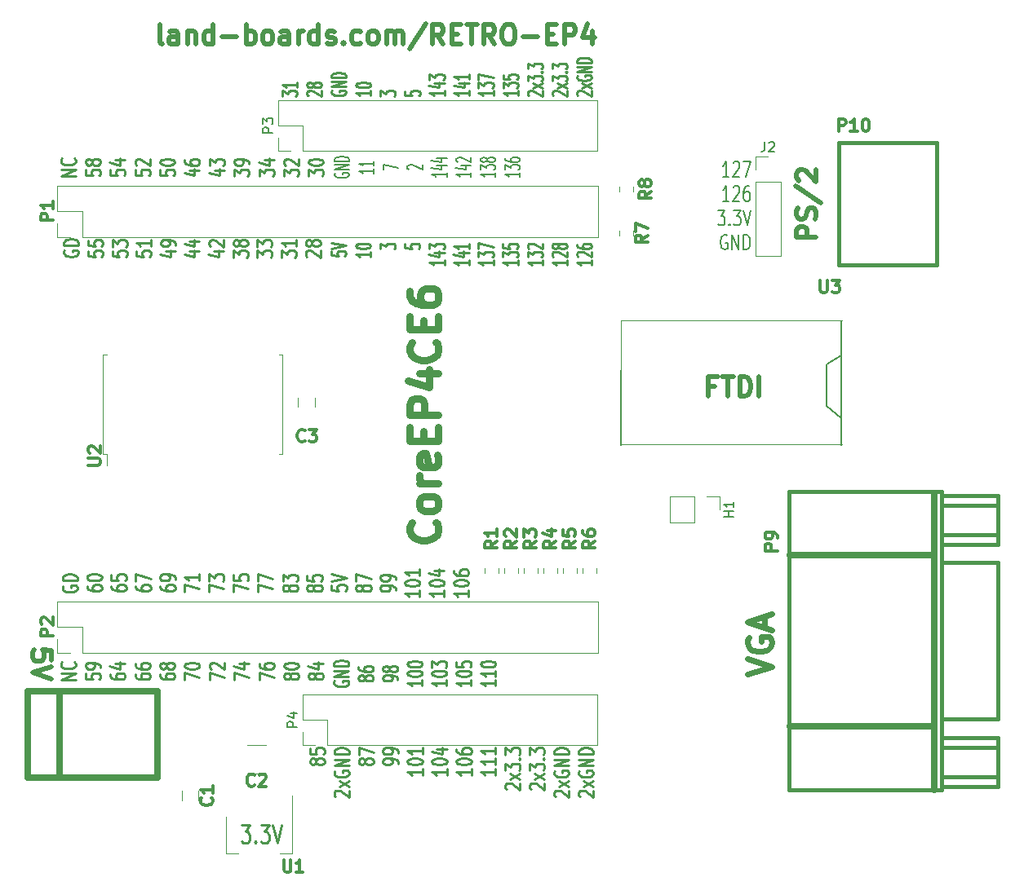
<source format=gbr>
G04 #@! TF.GenerationSoftware,KiCad,Pcbnew,(5.0.2)-1*
G04 #@! TF.CreationDate,2019-04-04T20:07:32-04:00*
G04 #@! TF.ProjectId,RETRO-EP4CE6,52455452-4f2d-4455-9034-4345362e6b69,X1*
G04 #@! TF.SameCoordinates,Original*
G04 #@! TF.FileFunction,Legend,Top*
G04 #@! TF.FilePolarity,Positive*
%FSLAX46Y46*%
G04 Gerber Fmt 4.6, Leading zero omitted, Abs format (unit mm)*
G04 Created by KiCad (PCBNEW (5.0.2)-1) date 4/4/2019 8:07:32 PM*
%MOMM*%
%LPD*%
G01*
G04 APERTURE LIST*
%ADD10C,0.285750*%
%ADD11C,0.203200*%
%ADD12C,0.500000*%
%ADD13C,0.222250*%
%ADD14C,0.750000*%
%ADD15C,0.254000*%
%ADD16C,0.381000*%
%ADD17C,0.120000*%
%ADD18C,0.150000*%
%ADD19C,0.650000*%
%ADD20C,0.317500*%
%ADD21C,0.625000*%
G04 APERTURE END LIST*
D10*
X32481761Y-96238785D02*
X33346571Y-96238785D01*
X32880904Y-96964500D01*
X33080476Y-96964500D01*
X33213523Y-97055214D01*
X33280047Y-97145928D01*
X33346571Y-97327357D01*
X33346571Y-97780928D01*
X33280047Y-97962357D01*
X33213523Y-98053071D01*
X33080476Y-98143785D01*
X32681333Y-98143785D01*
X32548285Y-98053071D01*
X32481761Y-97962357D01*
X33945285Y-97962357D02*
X34011809Y-98053071D01*
X33945285Y-98143785D01*
X33878761Y-98053071D01*
X33945285Y-97962357D01*
X33945285Y-98143785D01*
X34477476Y-96238785D02*
X35342285Y-96238785D01*
X34876619Y-96964500D01*
X35076190Y-96964500D01*
X35209238Y-97055214D01*
X35275761Y-97145928D01*
X35342285Y-97327357D01*
X35342285Y-97780928D01*
X35275761Y-97962357D01*
X35209238Y-98053071D01*
X35076190Y-98143785D01*
X34677047Y-98143785D01*
X34544000Y-98053071D01*
X34477476Y-97962357D01*
X35741428Y-96238785D02*
X36207095Y-98143785D01*
X36672761Y-96238785D01*
D11*
X83071062Y-28913969D02*
X82417920Y-28913969D01*
X82744491Y-28913969D02*
X82744491Y-27364569D01*
X82635634Y-27585911D01*
X82526777Y-27733473D01*
X82417920Y-27807254D01*
X83506491Y-27512130D02*
X83560920Y-27438350D01*
X83669777Y-27364569D01*
X83941920Y-27364569D01*
X84050777Y-27438350D01*
X84105205Y-27512130D01*
X84159634Y-27659692D01*
X84159634Y-27807254D01*
X84105205Y-28028597D01*
X83452062Y-28913969D01*
X84159634Y-28913969D01*
X84540634Y-27364569D02*
X85302634Y-27364569D01*
X84812777Y-28913969D01*
X83071062Y-31441269D02*
X82417920Y-31441269D01*
X82744491Y-31441269D02*
X82744491Y-29891869D01*
X82635634Y-30113211D01*
X82526777Y-30260773D01*
X82417920Y-30334554D01*
X83506491Y-30039430D02*
X83560920Y-29965650D01*
X83669777Y-29891869D01*
X83941920Y-29891869D01*
X84050777Y-29965650D01*
X84105205Y-30039430D01*
X84159634Y-30186992D01*
X84159634Y-30334554D01*
X84105205Y-30555897D01*
X83452062Y-31441269D01*
X84159634Y-31441269D01*
X85139348Y-29891869D02*
X84921634Y-29891869D01*
X84812777Y-29965650D01*
X84758348Y-30039430D01*
X84649491Y-30260773D01*
X84595062Y-30555897D01*
X84595062Y-31146145D01*
X84649491Y-31293707D01*
X84703920Y-31367488D01*
X84812777Y-31441269D01*
X85030491Y-31441269D01*
X85139348Y-31367488D01*
X85193777Y-31293707D01*
X85248205Y-31146145D01*
X85248205Y-30777240D01*
X85193777Y-30629678D01*
X85139348Y-30555897D01*
X85030491Y-30482116D01*
X84812777Y-30482116D01*
X84703920Y-30555897D01*
X84649491Y-30629678D01*
X84595062Y-30777240D01*
X81928062Y-32419169D02*
X82635634Y-32419169D01*
X82254634Y-33009416D01*
X82417920Y-33009416D01*
X82526777Y-33083197D01*
X82581205Y-33156978D01*
X82635634Y-33304540D01*
X82635634Y-33673445D01*
X82581205Y-33821007D01*
X82526777Y-33894788D01*
X82417920Y-33968569D01*
X82091348Y-33968569D01*
X81982491Y-33894788D01*
X81928062Y-33821007D01*
X83125491Y-33821007D02*
X83179920Y-33894788D01*
X83125491Y-33968569D01*
X83071062Y-33894788D01*
X83125491Y-33821007D01*
X83125491Y-33968569D01*
X83560920Y-32419169D02*
X84268491Y-32419169D01*
X83887491Y-33009416D01*
X84050777Y-33009416D01*
X84159634Y-33083197D01*
X84214062Y-33156978D01*
X84268491Y-33304540D01*
X84268491Y-33673445D01*
X84214062Y-33821007D01*
X84159634Y-33894788D01*
X84050777Y-33968569D01*
X83724205Y-33968569D01*
X83615348Y-33894788D01*
X83560920Y-33821007D01*
X84595062Y-32419169D02*
X84976062Y-33968569D01*
X85357062Y-32419169D01*
X82853348Y-35020250D02*
X82744491Y-34946469D01*
X82581205Y-34946469D01*
X82417920Y-35020250D01*
X82309062Y-35167811D01*
X82254634Y-35315373D01*
X82200205Y-35610497D01*
X82200205Y-35831840D01*
X82254634Y-36126964D01*
X82309062Y-36274526D01*
X82417920Y-36422088D01*
X82581205Y-36495869D01*
X82690062Y-36495869D01*
X82853348Y-36422088D01*
X82907777Y-36348307D01*
X82907777Y-35831840D01*
X82690062Y-35831840D01*
X83397634Y-36495869D02*
X83397634Y-34946469D01*
X84050777Y-36495869D01*
X84050777Y-34946469D01*
X84595062Y-36495869D02*
X84595062Y-34946469D01*
X84867205Y-34946469D01*
X85030491Y-35020250D01*
X85139348Y-35167811D01*
X85193777Y-35315373D01*
X85248205Y-35610497D01*
X85248205Y-35831840D01*
X85193777Y-36126964D01*
X85139348Y-36274526D01*
X85030491Y-36422088D01*
X84867205Y-36495869D01*
X84595062Y-36495869D01*
D12*
X81613619Y-50657142D02*
X80946952Y-50657142D01*
X80946952Y-51704761D02*
X80946952Y-49704761D01*
X81899333Y-49704761D01*
X82375523Y-49704761D02*
X83518380Y-49704761D01*
X82946952Y-51704761D02*
X82946952Y-49704761D01*
X84185047Y-51704761D02*
X84185047Y-49704761D01*
X84661238Y-49704761D01*
X84946952Y-49800000D01*
X85137428Y-49990476D01*
X85232666Y-50180952D01*
X85327904Y-50561904D01*
X85327904Y-50847619D01*
X85232666Y-51228571D01*
X85137428Y-51419047D01*
X84946952Y-51609523D01*
X84661238Y-51704761D01*
X84185047Y-51704761D01*
X86185047Y-51704761D02*
X86185047Y-49704761D01*
X92090761Y-35226190D02*
X90090761Y-35226190D01*
X90090761Y-34464285D01*
X90186000Y-34273809D01*
X90281238Y-34178571D01*
X90471714Y-34083333D01*
X90757428Y-34083333D01*
X90947904Y-34178571D01*
X91043142Y-34273809D01*
X91138380Y-34464285D01*
X91138380Y-35226190D01*
X91995523Y-33321428D02*
X92090761Y-33035714D01*
X92090761Y-32559523D01*
X91995523Y-32369047D01*
X91900285Y-32273809D01*
X91709809Y-32178571D01*
X91519333Y-32178571D01*
X91328857Y-32273809D01*
X91233619Y-32369047D01*
X91138380Y-32559523D01*
X91043142Y-32940476D01*
X90947904Y-33130952D01*
X90852666Y-33226190D01*
X90662190Y-33321428D01*
X90471714Y-33321428D01*
X90281238Y-33226190D01*
X90186000Y-33130952D01*
X90090761Y-32940476D01*
X90090761Y-32464285D01*
X90186000Y-32178571D01*
X89995523Y-29892857D02*
X92566952Y-31607142D01*
X90281238Y-29321428D02*
X90186000Y-29226190D01*
X90090761Y-29035714D01*
X90090761Y-28559523D01*
X90186000Y-28369047D01*
X90281238Y-28273809D01*
X90471714Y-28178571D01*
X90662190Y-28178571D01*
X90947904Y-28273809D01*
X92090761Y-29416666D01*
X92090761Y-28178571D01*
D13*
X37426234Y-71773142D02*
X37352816Y-71882000D01*
X37279398Y-71936428D01*
X37132562Y-71990857D01*
X37059144Y-71990857D01*
X36912308Y-71936428D01*
X36838890Y-71882000D01*
X36765471Y-71773142D01*
X36765471Y-71555428D01*
X36838890Y-71446571D01*
X36912308Y-71392142D01*
X37059144Y-71337714D01*
X37132562Y-71337714D01*
X37279398Y-71392142D01*
X37352816Y-71446571D01*
X37426234Y-71555428D01*
X37426234Y-71773142D01*
X37499652Y-71882000D01*
X37573070Y-71936428D01*
X37719907Y-71990857D01*
X38013579Y-71990857D01*
X38160415Y-71936428D01*
X38233833Y-71882000D01*
X38307251Y-71773142D01*
X38307251Y-71555428D01*
X38233833Y-71446571D01*
X38160415Y-71392142D01*
X38013579Y-71337714D01*
X37719907Y-71337714D01*
X37573070Y-71392142D01*
X37499652Y-71446571D01*
X37426234Y-71555428D01*
X36765471Y-70956714D02*
X36765471Y-70249142D01*
X37352816Y-70630142D01*
X37352816Y-70466857D01*
X37426234Y-70358000D01*
X37499652Y-70303571D01*
X37646489Y-70249142D01*
X38013579Y-70249142D01*
X38160415Y-70303571D01*
X38233833Y-70358000D01*
X38307251Y-70466857D01*
X38307251Y-70793428D01*
X38233833Y-70902285D01*
X38160415Y-70956714D01*
X39961154Y-71773142D02*
X39887736Y-71882000D01*
X39814318Y-71936428D01*
X39667482Y-71990857D01*
X39594064Y-71990857D01*
X39447228Y-71936428D01*
X39373810Y-71882000D01*
X39300391Y-71773142D01*
X39300391Y-71555428D01*
X39373810Y-71446571D01*
X39447228Y-71392142D01*
X39594064Y-71337714D01*
X39667482Y-71337714D01*
X39814318Y-71392142D01*
X39887736Y-71446571D01*
X39961154Y-71555428D01*
X39961154Y-71773142D01*
X40034572Y-71882000D01*
X40107990Y-71936428D01*
X40254827Y-71990857D01*
X40548499Y-71990857D01*
X40695335Y-71936428D01*
X40768753Y-71882000D01*
X40842171Y-71773142D01*
X40842171Y-71555428D01*
X40768753Y-71446571D01*
X40695335Y-71392142D01*
X40548499Y-71337714D01*
X40254827Y-71337714D01*
X40107990Y-71392142D01*
X40034572Y-71446571D01*
X39961154Y-71555428D01*
X39300391Y-70303571D02*
X39300391Y-70847857D01*
X40034572Y-70902285D01*
X39961154Y-70847857D01*
X39887736Y-70739000D01*
X39887736Y-70466857D01*
X39961154Y-70358000D01*
X40034572Y-70303571D01*
X40181409Y-70249142D01*
X40548499Y-70249142D01*
X40695335Y-70303571D01*
X40768753Y-70358000D01*
X40842171Y-70466857D01*
X40842171Y-70739000D01*
X40768753Y-70847857D01*
X40695335Y-70902285D01*
X41835311Y-71337714D02*
X41835311Y-71882000D01*
X42569492Y-71936428D01*
X42496074Y-71882000D01*
X42422656Y-71773142D01*
X42422656Y-71501000D01*
X42496074Y-71392142D01*
X42569492Y-71337714D01*
X42716329Y-71283285D01*
X43083419Y-71283285D01*
X43230255Y-71337714D01*
X43303673Y-71392142D01*
X43377091Y-71501000D01*
X43377091Y-71773142D01*
X43303673Y-71882000D01*
X43230255Y-71936428D01*
X41835311Y-70956714D02*
X43377091Y-70575714D01*
X41835311Y-70194714D01*
X45030994Y-71773142D02*
X44957576Y-71882000D01*
X44884158Y-71936428D01*
X44737322Y-71990857D01*
X44663904Y-71990857D01*
X44517068Y-71936428D01*
X44443650Y-71882000D01*
X44370231Y-71773142D01*
X44370231Y-71555428D01*
X44443650Y-71446571D01*
X44517068Y-71392142D01*
X44663904Y-71337714D01*
X44737322Y-71337714D01*
X44884158Y-71392142D01*
X44957576Y-71446571D01*
X45030994Y-71555428D01*
X45030994Y-71773142D01*
X45104412Y-71882000D01*
X45177830Y-71936428D01*
X45324667Y-71990857D01*
X45618339Y-71990857D01*
X45765175Y-71936428D01*
X45838593Y-71882000D01*
X45912011Y-71773142D01*
X45912011Y-71555428D01*
X45838593Y-71446571D01*
X45765175Y-71392142D01*
X45618339Y-71337714D01*
X45324667Y-71337714D01*
X45177830Y-71392142D01*
X45104412Y-71446571D01*
X45030994Y-71555428D01*
X44370231Y-70956714D02*
X44370231Y-70194714D01*
X45912011Y-70684571D01*
X48446931Y-71882000D02*
X48446931Y-71664285D01*
X48373513Y-71555428D01*
X48300095Y-71501000D01*
X48079841Y-71392142D01*
X47786169Y-71337714D01*
X47198824Y-71337714D01*
X47051988Y-71392142D01*
X46978570Y-71446571D01*
X46905151Y-71555428D01*
X46905151Y-71773142D01*
X46978570Y-71882000D01*
X47051988Y-71936428D01*
X47198824Y-71990857D01*
X47565914Y-71990857D01*
X47712750Y-71936428D01*
X47786169Y-71882000D01*
X47859587Y-71773142D01*
X47859587Y-71555428D01*
X47786169Y-71446571D01*
X47712750Y-71392142D01*
X47565914Y-71337714D01*
X48446931Y-70793428D02*
X48446931Y-70575714D01*
X48373513Y-70466857D01*
X48300095Y-70412428D01*
X48079841Y-70303571D01*
X47786169Y-70249142D01*
X47198824Y-70249142D01*
X47051988Y-70303571D01*
X46978570Y-70358000D01*
X46905151Y-70466857D01*
X46905151Y-70684571D01*
X46978570Y-70793428D01*
X47051988Y-70847857D01*
X47198824Y-70902285D01*
X47565914Y-70902285D01*
X47712750Y-70847857D01*
X47786169Y-70793428D01*
X47859587Y-70684571D01*
X47859587Y-70466857D01*
X47786169Y-70358000D01*
X47712750Y-70303571D01*
X47565914Y-70249142D01*
X50981851Y-71882000D02*
X50981851Y-72535142D01*
X50981851Y-72208571D02*
X49440071Y-72208571D01*
X49660326Y-72317428D01*
X49807162Y-72426285D01*
X49880580Y-72535142D01*
X49440071Y-71174428D02*
X49440071Y-71065571D01*
X49513490Y-70956714D01*
X49586908Y-70902285D01*
X49733744Y-70847857D01*
X50027416Y-70793428D01*
X50394507Y-70793428D01*
X50688179Y-70847857D01*
X50835015Y-70902285D01*
X50908433Y-70956714D01*
X50981851Y-71065571D01*
X50981851Y-71174428D01*
X50908433Y-71283285D01*
X50835015Y-71337714D01*
X50688179Y-71392142D01*
X50394507Y-71446571D01*
X50027416Y-71446571D01*
X49733744Y-71392142D01*
X49586908Y-71337714D01*
X49513490Y-71283285D01*
X49440071Y-71174428D01*
X50981851Y-69704857D02*
X50981851Y-70358000D01*
X50981851Y-70031428D02*
X49440071Y-70031428D01*
X49660326Y-70140285D01*
X49807162Y-70249142D01*
X49880580Y-70358000D01*
X53516771Y-71882000D02*
X53516771Y-72535142D01*
X53516771Y-72208571D02*
X51974991Y-72208571D01*
X52195246Y-72317428D01*
X52342082Y-72426285D01*
X52415500Y-72535142D01*
X51974991Y-71174428D02*
X51974991Y-71065571D01*
X52048410Y-70956714D01*
X52121828Y-70902285D01*
X52268664Y-70847857D01*
X52562336Y-70793428D01*
X52929427Y-70793428D01*
X53223099Y-70847857D01*
X53369935Y-70902285D01*
X53443353Y-70956714D01*
X53516771Y-71065571D01*
X53516771Y-71174428D01*
X53443353Y-71283285D01*
X53369935Y-71337714D01*
X53223099Y-71392142D01*
X52929427Y-71446571D01*
X52562336Y-71446571D01*
X52268664Y-71392142D01*
X52121828Y-71337714D01*
X52048410Y-71283285D01*
X51974991Y-71174428D01*
X52488918Y-69813714D02*
X53516771Y-69813714D01*
X51901573Y-70085857D02*
X53002845Y-70358000D01*
X53002845Y-69650428D01*
X56051691Y-71882000D02*
X56051691Y-72535142D01*
X56051691Y-72208571D02*
X54509911Y-72208571D01*
X54730166Y-72317428D01*
X54877002Y-72426285D01*
X54950420Y-72535142D01*
X54509911Y-71174428D02*
X54509911Y-71065571D01*
X54583330Y-70956714D01*
X54656748Y-70902285D01*
X54803584Y-70847857D01*
X55097256Y-70793428D01*
X55464347Y-70793428D01*
X55758019Y-70847857D01*
X55904855Y-70902285D01*
X55978273Y-70956714D01*
X56051691Y-71065571D01*
X56051691Y-71174428D01*
X55978273Y-71283285D01*
X55904855Y-71337714D01*
X55758019Y-71392142D01*
X55464347Y-71446571D01*
X55097256Y-71446571D01*
X54803584Y-71392142D01*
X54656748Y-71337714D01*
X54583330Y-71283285D01*
X54509911Y-71174428D01*
X54509911Y-69813714D02*
X54509911Y-70031428D01*
X54583330Y-70140285D01*
X54656748Y-70194714D01*
X54877002Y-70303571D01*
X55170674Y-70358000D01*
X55758019Y-70358000D01*
X55904855Y-70303571D01*
X55978273Y-70249142D01*
X56051691Y-70140285D01*
X56051691Y-69922571D01*
X55978273Y-69813714D01*
X55904855Y-69759285D01*
X55758019Y-69704857D01*
X55390929Y-69704857D01*
X55244092Y-69759285D01*
X55170674Y-69813714D01*
X55097256Y-69922571D01*
X55097256Y-70140285D01*
X55170674Y-70249142D01*
X55244092Y-70303571D01*
X55390929Y-70358000D01*
X41791769Y-36678129D02*
X41791769Y-37101462D01*
X42529578Y-37143795D01*
X42455797Y-37101462D01*
X42382016Y-37016795D01*
X42382016Y-36805129D01*
X42455797Y-36720462D01*
X42529578Y-36678129D01*
X42677140Y-36635795D01*
X43046045Y-36635795D01*
X43193607Y-36678129D01*
X43267388Y-36720462D01*
X43341169Y-36805129D01*
X43341169Y-37016795D01*
X43267388Y-37101462D01*
X43193607Y-37143795D01*
X41791769Y-36381795D02*
X43341169Y-36085462D01*
X41791769Y-35789129D01*
X45887519Y-36720462D02*
X45887519Y-37228462D01*
X45887519Y-36974462D02*
X44338119Y-36974462D01*
X44559461Y-37059129D01*
X44707023Y-37143795D01*
X44780804Y-37228462D01*
X44338119Y-36170129D02*
X44338119Y-36085462D01*
X44411900Y-36000795D01*
X44485680Y-35958462D01*
X44633242Y-35916129D01*
X44928366Y-35873795D01*
X45297271Y-35873795D01*
X45592395Y-35916129D01*
X45739957Y-35958462D01*
X45813738Y-36000795D01*
X45887519Y-36085462D01*
X45887519Y-36170129D01*
X45813738Y-36254795D01*
X45739957Y-36297129D01*
X45592395Y-36339462D01*
X45297271Y-36381795D01*
X44928366Y-36381795D01*
X44633242Y-36339462D01*
X44485680Y-36297129D01*
X44411900Y-36254795D01*
X44338119Y-36170129D01*
X46884469Y-36424129D02*
X46884469Y-35873795D01*
X47474716Y-36170129D01*
X47474716Y-36043129D01*
X47548497Y-35958462D01*
X47622278Y-35916129D01*
X47769840Y-35873795D01*
X48138745Y-35873795D01*
X48286307Y-35916129D01*
X48360088Y-35958462D01*
X48433869Y-36043129D01*
X48433869Y-36297129D01*
X48360088Y-36381795D01*
X48286307Y-36424129D01*
X49430819Y-35916129D02*
X49430819Y-36339462D01*
X50168628Y-36381795D01*
X50094847Y-36339462D01*
X50021066Y-36254795D01*
X50021066Y-36043129D01*
X50094847Y-35958462D01*
X50168628Y-35916129D01*
X50316190Y-35873795D01*
X50685095Y-35873795D01*
X50832657Y-35916129D01*
X50906438Y-35958462D01*
X50980219Y-36043129D01*
X50980219Y-36254795D01*
X50906438Y-36339462D01*
X50832657Y-36381795D01*
X53526569Y-37567129D02*
X53526569Y-38075129D01*
X53526569Y-37821129D02*
X51977169Y-37821129D01*
X52198511Y-37905795D01*
X52346073Y-37990462D01*
X52419854Y-38075129D01*
X52493635Y-36805129D02*
X53526569Y-36805129D01*
X51903388Y-37016795D02*
X53010102Y-37228462D01*
X53010102Y-36678129D01*
X51977169Y-36424129D02*
X51977169Y-35873795D01*
X52567416Y-36170129D01*
X52567416Y-36043129D01*
X52641197Y-35958462D01*
X52714978Y-35916129D01*
X52862540Y-35873795D01*
X53231445Y-35873795D01*
X53379007Y-35916129D01*
X53452788Y-35958462D01*
X53526569Y-36043129D01*
X53526569Y-36297129D01*
X53452788Y-36381795D01*
X53379007Y-36424129D01*
X56072919Y-37567129D02*
X56072919Y-38075129D01*
X56072919Y-37821129D02*
X54523519Y-37821129D01*
X54744861Y-37905795D01*
X54892423Y-37990462D01*
X54966204Y-38075129D01*
X55039985Y-36805129D02*
X56072919Y-36805129D01*
X54449738Y-37016795D02*
X55556452Y-37228462D01*
X55556452Y-36678129D01*
X56072919Y-35873795D02*
X56072919Y-36381795D01*
X56072919Y-36127795D02*
X54523519Y-36127795D01*
X54744861Y-36212462D01*
X54892423Y-36297129D01*
X54966204Y-36381795D01*
X58619269Y-37567129D02*
X58619269Y-38075129D01*
X58619269Y-37821129D02*
X57069869Y-37821129D01*
X57291211Y-37905795D01*
X57438773Y-37990462D01*
X57512554Y-38075129D01*
X57069869Y-37270795D02*
X57069869Y-36720462D01*
X57660116Y-37016795D01*
X57660116Y-36889795D01*
X57733897Y-36805129D01*
X57807678Y-36762795D01*
X57955240Y-36720462D01*
X58324145Y-36720462D01*
X58471707Y-36762795D01*
X58545488Y-36805129D01*
X58619269Y-36889795D01*
X58619269Y-37143795D01*
X58545488Y-37228462D01*
X58471707Y-37270795D01*
X57069869Y-36424129D02*
X57069869Y-35831462D01*
X58619269Y-36212462D01*
X61165619Y-37567129D02*
X61165619Y-38075129D01*
X61165619Y-37821129D02*
X59616219Y-37821129D01*
X59837561Y-37905795D01*
X59985123Y-37990462D01*
X60058904Y-38075129D01*
X59616219Y-37270795D02*
X59616219Y-36720462D01*
X60206466Y-37016795D01*
X60206466Y-36889795D01*
X60280247Y-36805129D01*
X60354028Y-36762795D01*
X60501590Y-36720462D01*
X60870495Y-36720462D01*
X61018057Y-36762795D01*
X61091838Y-36805129D01*
X61165619Y-36889795D01*
X61165619Y-37143795D01*
X61091838Y-37228462D01*
X61018057Y-37270795D01*
X59616219Y-35916129D02*
X59616219Y-36339462D01*
X60354028Y-36381795D01*
X60280247Y-36339462D01*
X60206466Y-36254795D01*
X60206466Y-36043129D01*
X60280247Y-35958462D01*
X60354028Y-35916129D01*
X60501590Y-35873795D01*
X60870495Y-35873795D01*
X61018057Y-35916129D01*
X61091838Y-35958462D01*
X61165619Y-36043129D01*
X61165619Y-36254795D01*
X61091838Y-36339462D01*
X61018057Y-36381795D01*
X63711969Y-37567129D02*
X63711969Y-38075129D01*
X63711969Y-37821129D02*
X62162569Y-37821129D01*
X62383911Y-37905795D01*
X62531473Y-37990462D01*
X62605254Y-38075129D01*
X62162569Y-37270795D02*
X62162569Y-36720462D01*
X62752816Y-37016795D01*
X62752816Y-36889795D01*
X62826597Y-36805129D01*
X62900378Y-36762795D01*
X63047940Y-36720462D01*
X63416845Y-36720462D01*
X63564407Y-36762795D01*
X63638188Y-36805129D01*
X63711969Y-36889795D01*
X63711969Y-37143795D01*
X63638188Y-37228462D01*
X63564407Y-37270795D01*
X62310130Y-36381795D02*
X62236350Y-36339462D01*
X62162569Y-36254795D01*
X62162569Y-36043129D01*
X62236350Y-35958462D01*
X62310130Y-35916129D01*
X62457692Y-35873795D01*
X62605254Y-35873795D01*
X62826597Y-35916129D01*
X63711969Y-36424129D01*
X63711969Y-35873795D01*
X66258319Y-37567129D02*
X66258319Y-38075129D01*
X66258319Y-37821129D02*
X64708919Y-37821129D01*
X64930261Y-37905795D01*
X65077823Y-37990462D01*
X65151604Y-38075129D01*
X64856480Y-37228462D02*
X64782700Y-37186129D01*
X64708919Y-37101462D01*
X64708919Y-36889795D01*
X64782700Y-36805129D01*
X64856480Y-36762795D01*
X65004042Y-36720462D01*
X65151604Y-36720462D01*
X65372947Y-36762795D01*
X66258319Y-37270795D01*
X66258319Y-36720462D01*
X65372947Y-36212462D02*
X65299166Y-36297129D01*
X65225385Y-36339462D01*
X65077823Y-36381795D01*
X65004042Y-36381795D01*
X64856480Y-36339462D01*
X64782700Y-36297129D01*
X64708919Y-36212462D01*
X64708919Y-36043129D01*
X64782700Y-35958462D01*
X64856480Y-35916129D01*
X65004042Y-35873795D01*
X65077823Y-35873795D01*
X65225385Y-35916129D01*
X65299166Y-35958462D01*
X65372947Y-36043129D01*
X65372947Y-36212462D01*
X65446728Y-36297129D01*
X65520509Y-36339462D01*
X65668071Y-36381795D01*
X65963195Y-36381795D01*
X66110757Y-36339462D01*
X66184538Y-36297129D01*
X66258319Y-36212462D01*
X66258319Y-36043129D01*
X66184538Y-35958462D01*
X66110757Y-35916129D01*
X65963195Y-35873795D01*
X65668071Y-35873795D01*
X65520509Y-35916129D01*
X65446728Y-35958462D01*
X65372947Y-36043129D01*
X68804669Y-37567129D02*
X68804669Y-38075129D01*
X68804669Y-37821129D02*
X67255269Y-37821129D01*
X67476611Y-37905795D01*
X67624173Y-37990462D01*
X67697954Y-38075129D01*
X67402830Y-37228462D02*
X67329050Y-37186129D01*
X67255269Y-37101462D01*
X67255269Y-36889795D01*
X67329050Y-36805129D01*
X67402830Y-36762795D01*
X67550392Y-36720462D01*
X67697954Y-36720462D01*
X67919297Y-36762795D01*
X68804669Y-37270795D01*
X68804669Y-36720462D01*
X67255269Y-35958462D02*
X67255269Y-36127795D01*
X67329050Y-36212462D01*
X67402830Y-36254795D01*
X67624173Y-36339462D01*
X67919297Y-36381795D01*
X68509545Y-36381795D01*
X68657107Y-36339462D01*
X68730888Y-36297129D01*
X68804669Y-36212462D01*
X68804669Y-36043129D01*
X68730888Y-35958462D01*
X68657107Y-35916129D01*
X68509545Y-35873795D01*
X68140640Y-35873795D01*
X67993078Y-35916129D01*
X67919297Y-35958462D01*
X67845516Y-36043129D01*
X67845516Y-36212462D01*
X67919297Y-36297129D01*
X67993078Y-36339462D01*
X68140640Y-36381795D01*
X13981430Y-71409605D02*
X13908011Y-71518462D01*
X13908011Y-71681748D01*
X13981430Y-71845033D01*
X14128266Y-71953891D01*
X14275102Y-72008319D01*
X14568774Y-72062748D01*
X14789029Y-72062748D01*
X15082701Y-72008319D01*
X15229537Y-71953891D01*
X15376373Y-71845033D01*
X15449791Y-71681748D01*
X15449791Y-71572891D01*
X15376373Y-71409605D01*
X15302955Y-71355176D01*
X14789029Y-71355176D01*
X14789029Y-71572891D01*
X15449791Y-70865319D02*
X13908011Y-70865319D01*
X13908011Y-70593176D01*
X13981430Y-70429891D01*
X14128266Y-70321033D01*
X14275102Y-70266605D01*
X14568774Y-70212176D01*
X14789029Y-70212176D01*
X15082701Y-70266605D01*
X15229537Y-70321033D01*
X15376373Y-70429891D01*
X15449791Y-70593176D01*
X15449791Y-70865319D01*
X16442931Y-71409605D02*
X16442931Y-71627319D01*
X16516350Y-71736176D01*
X16589768Y-71790605D01*
X16810022Y-71899462D01*
X17103694Y-71953891D01*
X17691039Y-71953891D01*
X17837875Y-71899462D01*
X17911293Y-71845033D01*
X17984711Y-71736176D01*
X17984711Y-71518462D01*
X17911293Y-71409605D01*
X17837875Y-71355176D01*
X17691039Y-71300748D01*
X17323949Y-71300748D01*
X17177112Y-71355176D01*
X17103694Y-71409605D01*
X17030276Y-71518462D01*
X17030276Y-71736176D01*
X17103694Y-71845033D01*
X17177112Y-71899462D01*
X17323949Y-71953891D01*
X16442931Y-70593176D02*
X16442931Y-70484319D01*
X16516350Y-70375462D01*
X16589768Y-70321033D01*
X16736604Y-70266605D01*
X17030276Y-70212176D01*
X17397367Y-70212176D01*
X17691039Y-70266605D01*
X17837875Y-70321033D01*
X17911293Y-70375462D01*
X17984711Y-70484319D01*
X17984711Y-70593176D01*
X17911293Y-70702033D01*
X17837875Y-70756462D01*
X17691039Y-70810891D01*
X17397367Y-70865319D01*
X17030276Y-70865319D01*
X16736604Y-70810891D01*
X16589768Y-70756462D01*
X16516350Y-70702033D01*
X16442931Y-70593176D01*
X18977851Y-71409605D02*
X18977851Y-71627319D01*
X19051270Y-71736176D01*
X19124688Y-71790605D01*
X19344942Y-71899462D01*
X19638614Y-71953891D01*
X20225959Y-71953891D01*
X20372795Y-71899462D01*
X20446213Y-71845033D01*
X20519631Y-71736176D01*
X20519631Y-71518462D01*
X20446213Y-71409605D01*
X20372795Y-71355176D01*
X20225959Y-71300748D01*
X19858869Y-71300748D01*
X19712032Y-71355176D01*
X19638614Y-71409605D01*
X19565196Y-71518462D01*
X19565196Y-71736176D01*
X19638614Y-71845033D01*
X19712032Y-71899462D01*
X19858869Y-71953891D01*
X18977851Y-70266605D02*
X18977851Y-70810891D01*
X19712032Y-70865319D01*
X19638614Y-70810891D01*
X19565196Y-70702033D01*
X19565196Y-70429891D01*
X19638614Y-70321033D01*
X19712032Y-70266605D01*
X19858869Y-70212176D01*
X20225959Y-70212176D01*
X20372795Y-70266605D01*
X20446213Y-70321033D01*
X20519631Y-70429891D01*
X20519631Y-70702033D01*
X20446213Y-70810891D01*
X20372795Y-70865319D01*
X21512771Y-71409605D02*
X21512771Y-71627319D01*
X21586190Y-71736176D01*
X21659608Y-71790605D01*
X21879862Y-71899462D01*
X22173534Y-71953891D01*
X22760879Y-71953891D01*
X22907715Y-71899462D01*
X22981133Y-71845033D01*
X23054551Y-71736176D01*
X23054551Y-71518462D01*
X22981133Y-71409605D01*
X22907715Y-71355176D01*
X22760879Y-71300748D01*
X22393789Y-71300748D01*
X22246952Y-71355176D01*
X22173534Y-71409605D01*
X22100116Y-71518462D01*
X22100116Y-71736176D01*
X22173534Y-71845033D01*
X22246952Y-71899462D01*
X22393789Y-71953891D01*
X21512771Y-70919748D02*
X21512771Y-70157748D01*
X23054551Y-70647605D01*
X24047691Y-71409605D02*
X24047691Y-71627319D01*
X24121110Y-71736176D01*
X24194528Y-71790605D01*
X24414782Y-71899462D01*
X24708454Y-71953891D01*
X25295799Y-71953891D01*
X25442635Y-71899462D01*
X25516053Y-71845033D01*
X25589471Y-71736176D01*
X25589471Y-71518462D01*
X25516053Y-71409605D01*
X25442635Y-71355176D01*
X25295799Y-71300748D01*
X24928709Y-71300748D01*
X24781872Y-71355176D01*
X24708454Y-71409605D01*
X24635036Y-71518462D01*
X24635036Y-71736176D01*
X24708454Y-71845033D01*
X24781872Y-71899462D01*
X24928709Y-71953891D01*
X25589471Y-70756462D02*
X25589471Y-70538748D01*
X25516053Y-70429891D01*
X25442635Y-70375462D01*
X25222381Y-70266605D01*
X24928709Y-70212176D01*
X24341364Y-70212176D01*
X24194528Y-70266605D01*
X24121110Y-70321033D01*
X24047691Y-70429891D01*
X24047691Y-70647605D01*
X24121110Y-70756462D01*
X24194528Y-70810891D01*
X24341364Y-70865319D01*
X24708454Y-70865319D01*
X24855290Y-70810891D01*
X24928709Y-70756462D01*
X25002127Y-70647605D01*
X25002127Y-70429891D01*
X24928709Y-70321033D01*
X24855290Y-70266605D01*
X24708454Y-70212176D01*
X26582611Y-72008319D02*
X26582611Y-71246319D01*
X28124391Y-71736176D01*
X28124391Y-70212176D02*
X28124391Y-70865319D01*
X28124391Y-70538748D02*
X26582611Y-70538748D01*
X26802866Y-70647605D01*
X26949702Y-70756462D01*
X27023120Y-70865319D01*
X29117531Y-72008319D02*
X29117531Y-71246319D01*
X30659311Y-71736176D01*
X29117531Y-70919748D02*
X29117531Y-70212176D01*
X29704876Y-70593176D01*
X29704876Y-70429891D01*
X29778294Y-70321033D01*
X29851712Y-70266605D01*
X29998549Y-70212176D01*
X30365639Y-70212176D01*
X30512475Y-70266605D01*
X30585893Y-70321033D01*
X30659311Y-70429891D01*
X30659311Y-70756462D01*
X30585893Y-70865319D01*
X30512475Y-70919748D01*
X31652451Y-72008319D02*
X31652451Y-71246319D01*
X33194231Y-71736176D01*
X31652451Y-70266605D02*
X31652451Y-70810891D01*
X32386632Y-70865319D01*
X32313214Y-70810891D01*
X32239796Y-70702033D01*
X32239796Y-70429891D01*
X32313214Y-70321033D01*
X32386632Y-70266605D01*
X32533469Y-70212176D01*
X32900559Y-70212176D01*
X33047395Y-70266605D01*
X33120813Y-70321033D01*
X33194231Y-70429891D01*
X33194231Y-70702033D01*
X33120813Y-70810891D01*
X33047395Y-70865319D01*
X34187371Y-72008319D02*
X34187371Y-71246319D01*
X35729151Y-71736176D01*
X34187371Y-70919748D02*
X34187371Y-70157748D01*
X35729151Y-70647605D01*
D14*
X52633428Y-64808285D02*
X52776285Y-64951142D01*
X52919142Y-65379714D01*
X52919142Y-65665428D01*
X52776285Y-66094000D01*
X52490571Y-66379714D01*
X52204857Y-66522571D01*
X51633428Y-66665428D01*
X51204857Y-66665428D01*
X50633428Y-66522571D01*
X50347714Y-66379714D01*
X50062000Y-66094000D01*
X49919142Y-65665428D01*
X49919142Y-65379714D01*
X50062000Y-64951142D01*
X50204857Y-64808285D01*
X52919142Y-63094000D02*
X52776285Y-63379714D01*
X52633428Y-63522571D01*
X52347714Y-63665428D01*
X51490571Y-63665428D01*
X51204857Y-63522571D01*
X51062000Y-63379714D01*
X50919142Y-63094000D01*
X50919142Y-62665428D01*
X51062000Y-62379714D01*
X51204857Y-62236857D01*
X51490571Y-62094000D01*
X52347714Y-62094000D01*
X52633428Y-62236857D01*
X52776285Y-62379714D01*
X52919142Y-62665428D01*
X52919142Y-63094000D01*
X52919142Y-60808285D02*
X50919142Y-60808285D01*
X51490571Y-60808285D02*
X51204857Y-60665428D01*
X51062000Y-60522571D01*
X50919142Y-60236857D01*
X50919142Y-59951142D01*
X52776285Y-57808285D02*
X52919142Y-58094000D01*
X52919142Y-58665428D01*
X52776285Y-58951142D01*
X52490571Y-59094000D01*
X51347714Y-59094000D01*
X51062000Y-58951142D01*
X50919142Y-58665428D01*
X50919142Y-58094000D01*
X51062000Y-57808285D01*
X51347714Y-57665428D01*
X51633428Y-57665428D01*
X51919142Y-59094000D01*
X51347714Y-56379714D02*
X51347714Y-55379714D01*
X52919142Y-54951142D02*
X52919142Y-56379714D01*
X49919142Y-56379714D01*
X49919142Y-54951142D01*
X52919142Y-53665428D02*
X49919142Y-53665428D01*
X49919142Y-52522571D01*
X50062000Y-52236857D01*
X50204857Y-52094000D01*
X50490571Y-51951142D01*
X50919142Y-51951142D01*
X51204857Y-52094000D01*
X51347714Y-52236857D01*
X51490571Y-52522571D01*
X51490571Y-53665428D01*
X50919142Y-49379714D02*
X52919142Y-49379714D01*
X49776285Y-50094000D02*
X51919142Y-50808285D01*
X51919142Y-48951142D01*
X52633428Y-46094000D02*
X52776285Y-46236857D01*
X52919142Y-46665428D01*
X52919142Y-46951142D01*
X52776285Y-47379714D01*
X52490571Y-47665428D01*
X52204857Y-47808285D01*
X51633428Y-47951142D01*
X51204857Y-47951142D01*
X50633428Y-47808285D01*
X50347714Y-47665428D01*
X50062000Y-47379714D01*
X49919142Y-46951142D01*
X49919142Y-46665428D01*
X50062000Y-46236857D01*
X50204857Y-46094000D01*
X51347714Y-44808285D02*
X51347714Y-43808285D01*
X52919142Y-43379714D02*
X52919142Y-44808285D01*
X49919142Y-44808285D01*
X49919142Y-43379714D01*
X49919142Y-40808285D02*
X49919142Y-41379714D01*
X50062000Y-41665428D01*
X50204857Y-41808285D01*
X50633428Y-42094000D01*
X51204857Y-42236857D01*
X52347714Y-42236857D01*
X52633428Y-42094000D01*
X52776285Y-41951142D01*
X52919142Y-41665428D01*
X52919142Y-41094000D01*
X52776285Y-40808285D01*
X52633428Y-40665428D01*
X52347714Y-40522571D01*
X51633428Y-40522571D01*
X51347714Y-40665428D01*
X51204857Y-40808285D01*
X51062000Y-41094000D01*
X51062000Y-41665428D01*
X51204857Y-41951142D01*
X51347714Y-42094000D01*
X51633428Y-42236857D01*
D12*
X12779238Y-79121047D02*
X12779238Y-78168666D01*
X11826857Y-78073428D01*
X11922095Y-78168666D01*
X12017333Y-78359142D01*
X12017333Y-78835333D01*
X11922095Y-79025809D01*
X11826857Y-79121047D01*
X11636380Y-79216285D01*
X11160190Y-79216285D01*
X10969714Y-79121047D01*
X10874476Y-79025809D01*
X10779238Y-78835333D01*
X10779238Y-78359142D01*
X10874476Y-78168666D01*
X10969714Y-78073428D01*
X12779238Y-79787714D02*
X10779238Y-80454380D01*
X12779238Y-81121047D01*
D13*
X40230394Y-89770176D02*
X40156976Y-89879033D01*
X40083558Y-89933462D01*
X39936722Y-89987891D01*
X39863304Y-89987891D01*
X39716468Y-89933462D01*
X39643050Y-89879033D01*
X39569631Y-89770176D01*
X39569631Y-89552462D01*
X39643050Y-89443605D01*
X39716468Y-89389176D01*
X39863304Y-89334748D01*
X39936722Y-89334748D01*
X40083558Y-89389176D01*
X40156976Y-89443605D01*
X40230394Y-89552462D01*
X40230394Y-89770176D01*
X40303812Y-89879033D01*
X40377230Y-89933462D01*
X40524067Y-89987891D01*
X40817739Y-89987891D01*
X40964575Y-89933462D01*
X41037993Y-89879033D01*
X41111411Y-89770176D01*
X41111411Y-89552462D01*
X41037993Y-89443605D01*
X40964575Y-89389176D01*
X40817739Y-89334748D01*
X40524067Y-89334748D01*
X40377230Y-89389176D01*
X40303812Y-89443605D01*
X40230394Y-89552462D01*
X39569631Y-88300605D02*
X39569631Y-88844891D01*
X40303812Y-88899319D01*
X40230394Y-88844891D01*
X40156976Y-88736033D01*
X40156976Y-88463891D01*
X40230394Y-88355033D01*
X40303812Y-88300605D01*
X40450649Y-88246176D01*
X40817739Y-88246176D01*
X40964575Y-88300605D01*
X41037993Y-88355033D01*
X41111411Y-88463891D01*
X41111411Y-88736033D01*
X41037993Y-88844891D01*
X40964575Y-88899319D01*
X42251388Y-93308033D02*
X42177970Y-93253605D01*
X42104551Y-93144748D01*
X42104551Y-92872605D01*
X42177970Y-92763748D01*
X42251388Y-92709319D01*
X42398224Y-92654891D01*
X42545060Y-92654891D01*
X42765314Y-92709319D01*
X43646331Y-93362462D01*
X43646331Y-92654891D01*
X43646331Y-92273891D02*
X42618478Y-91675176D01*
X42618478Y-92273891D02*
X43646331Y-91675176D01*
X42177970Y-90641033D02*
X42104551Y-90749891D01*
X42104551Y-90913176D01*
X42177970Y-91076462D01*
X42324806Y-91185319D01*
X42471642Y-91239748D01*
X42765314Y-91294176D01*
X42985569Y-91294176D01*
X43279241Y-91239748D01*
X43426077Y-91185319D01*
X43572913Y-91076462D01*
X43646331Y-90913176D01*
X43646331Y-90804319D01*
X43572913Y-90641033D01*
X43499495Y-90586605D01*
X42985569Y-90586605D01*
X42985569Y-90804319D01*
X43646331Y-90096748D02*
X42104551Y-90096748D01*
X43646331Y-89443605D01*
X42104551Y-89443605D01*
X43646331Y-88899319D02*
X42104551Y-88899319D01*
X42104551Y-88627176D01*
X42177970Y-88463891D01*
X42324806Y-88355033D01*
X42471642Y-88300605D01*
X42765314Y-88246176D01*
X42985569Y-88246176D01*
X43279241Y-88300605D01*
X43426077Y-88355033D01*
X43572913Y-88463891D01*
X43646331Y-88627176D01*
X43646331Y-88899319D01*
X45300234Y-89770176D02*
X45226816Y-89879033D01*
X45153398Y-89933462D01*
X45006562Y-89987891D01*
X44933144Y-89987891D01*
X44786308Y-89933462D01*
X44712890Y-89879033D01*
X44639471Y-89770176D01*
X44639471Y-89552462D01*
X44712890Y-89443605D01*
X44786308Y-89389176D01*
X44933144Y-89334748D01*
X45006562Y-89334748D01*
X45153398Y-89389176D01*
X45226816Y-89443605D01*
X45300234Y-89552462D01*
X45300234Y-89770176D01*
X45373652Y-89879033D01*
X45447070Y-89933462D01*
X45593907Y-89987891D01*
X45887579Y-89987891D01*
X46034415Y-89933462D01*
X46107833Y-89879033D01*
X46181251Y-89770176D01*
X46181251Y-89552462D01*
X46107833Y-89443605D01*
X46034415Y-89389176D01*
X45887579Y-89334748D01*
X45593907Y-89334748D01*
X45447070Y-89389176D01*
X45373652Y-89443605D01*
X45300234Y-89552462D01*
X44639471Y-88953748D02*
X44639471Y-88191748D01*
X46181251Y-88681605D01*
X48716171Y-89879033D02*
X48716171Y-89661319D01*
X48642753Y-89552462D01*
X48569335Y-89498033D01*
X48349081Y-89389176D01*
X48055409Y-89334748D01*
X47468064Y-89334748D01*
X47321228Y-89389176D01*
X47247810Y-89443605D01*
X47174391Y-89552462D01*
X47174391Y-89770176D01*
X47247810Y-89879033D01*
X47321228Y-89933462D01*
X47468064Y-89987891D01*
X47835154Y-89987891D01*
X47981990Y-89933462D01*
X48055409Y-89879033D01*
X48128827Y-89770176D01*
X48128827Y-89552462D01*
X48055409Y-89443605D01*
X47981990Y-89389176D01*
X47835154Y-89334748D01*
X48716171Y-88790462D02*
X48716171Y-88572748D01*
X48642753Y-88463891D01*
X48569335Y-88409462D01*
X48349081Y-88300605D01*
X48055409Y-88246176D01*
X47468064Y-88246176D01*
X47321228Y-88300605D01*
X47247810Y-88355033D01*
X47174391Y-88463891D01*
X47174391Y-88681605D01*
X47247810Y-88790462D01*
X47321228Y-88844891D01*
X47468064Y-88899319D01*
X47835154Y-88899319D01*
X47981990Y-88844891D01*
X48055409Y-88790462D01*
X48128827Y-88681605D01*
X48128827Y-88463891D01*
X48055409Y-88355033D01*
X47981990Y-88300605D01*
X47835154Y-88246176D01*
X51251091Y-90423319D02*
X51251091Y-91076462D01*
X51251091Y-90749891D02*
X49709311Y-90749891D01*
X49929566Y-90858748D01*
X50076402Y-90967605D01*
X50149820Y-91076462D01*
X49709311Y-89715748D02*
X49709311Y-89606891D01*
X49782730Y-89498033D01*
X49856148Y-89443605D01*
X50002984Y-89389176D01*
X50296656Y-89334748D01*
X50663747Y-89334748D01*
X50957419Y-89389176D01*
X51104255Y-89443605D01*
X51177673Y-89498033D01*
X51251091Y-89606891D01*
X51251091Y-89715748D01*
X51177673Y-89824605D01*
X51104255Y-89879033D01*
X50957419Y-89933462D01*
X50663747Y-89987891D01*
X50296656Y-89987891D01*
X50002984Y-89933462D01*
X49856148Y-89879033D01*
X49782730Y-89824605D01*
X49709311Y-89715748D01*
X51251091Y-88246176D02*
X51251091Y-88899319D01*
X51251091Y-88572748D02*
X49709311Y-88572748D01*
X49929566Y-88681605D01*
X50076402Y-88790462D01*
X50149820Y-88899319D01*
X53786011Y-90423319D02*
X53786011Y-91076462D01*
X53786011Y-90749891D02*
X52244231Y-90749891D01*
X52464486Y-90858748D01*
X52611322Y-90967605D01*
X52684740Y-91076462D01*
X52244231Y-89715748D02*
X52244231Y-89606891D01*
X52317650Y-89498033D01*
X52391068Y-89443605D01*
X52537904Y-89389176D01*
X52831576Y-89334748D01*
X53198667Y-89334748D01*
X53492339Y-89389176D01*
X53639175Y-89443605D01*
X53712593Y-89498033D01*
X53786011Y-89606891D01*
X53786011Y-89715748D01*
X53712593Y-89824605D01*
X53639175Y-89879033D01*
X53492339Y-89933462D01*
X53198667Y-89987891D01*
X52831576Y-89987891D01*
X52537904Y-89933462D01*
X52391068Y-89879033D01*
X52317650Y-89824605D01*
X52244231Y-89715748D01*
X52758158Y-88355033D02*
X53786011Y-88355033D01*
X52170813Y-88627176D02*
X53272085Y-88899319D01*
X53272085Y-88191748D01*
X56320931Y-90423319D02*
X56320931Y-91076462D01*
X56320931Y-90749891D02*
X54779151Y-90749891D01*
X54999406Y-90858748D01*
X55146242Y-90967605D01*
X55219660Y-91076462D01*
X54779151Y-89715748D02*
X54779151Y-89606891D01*
X54852570Y-89498033D01*
X54925988Y-89443605D01*
X55072824Y-89389176D01*
X55366496Y-89334748D01*
X55733587Y-89334748D01*
X56027259Y-89389176D01*
X56174095Y-89443605D01*
X56247513Y-89498033D01*
X56320931Y-89606891D01*
X56320931Y-89715748D01*
X56247513Y-89824605D01*
X56174095Y-89879033D01*
X56027259Y-89933462D01*
X55733587Y-89987891D01*
X55366496Y-89987891D01*
X55072824Y-89933462D01*
X54925988Y-89879033D01*
X54852570Y-89824605D01*
X54779151Y-89715748D01*
X54779151Y-88355033D02*
X54779151Y-88572748D01*
X54852570Y-88681605D01*
X54925988Y-88736033D01*
X55146242Y-88844891D01*
X55439914Y-88899319D01*
X56027259Y-88899319D01*
X56174095Y-88844891D01*
X56247513Y-88790462D01*
X56320931Y-88681605D01*
X56320931Y-88463891D01*
X56247513Y-88355033D01*
X56174095Y-88300605D01*
X56027259Y-88246176D01*
X55660169Y-88246176D01*
X55513332Y-88300605D01*
X55439914Y-88355033D01*
X55366496Y-88463891D01*
X55366496Y-88681605D01*
X55439914Y-88790462D01*
X55513332Y-88844891D01*
X55660169Y-88899319D01*
X58855851Y-90423319D02*
X58855851Y-91076462D01*
X58855851Y-90749891D02*
X57314071Y-90749891D01*
X57534326Y-90858748D01*
X57681162Y-90967605D01*
X57754580Y-91076462D01*
X58855851Y-89334748D02*
X58855851Y-89987891D01*
X58855851Y-89661319D02*
X57314071Y-89661319D01*
X57534326Y-89770176D01*
X57681162Y-89879033D01*
X57754580Y-89987891D01*
X58855851Y-88246176D02*
X58855851Y-88899319D01*
X58855851Y-88572748D02*
X57314071Y-88572748D01*
X57534326Y-88681605D01*
X57681162Y-88790462D01*
X57754580Y-88899319D01*
X59995828Y-92546033D02*
X59922410Y-92491605D01*
X59848991Y-92382748D01*
X59848991Y-92110605D01*
X59922410Y-92001748D01*
X59995828Y-91947319D01*
X60142664Y-91892891D01*
X60289500Y-91892891D01*
X60509754Y-91947319D01*
X61390771Y-92600462D01*
X61390771Y-91892891D01*
X61390771Y-91511891D02*
X60362918Y-90913176D01*
X60362918Y-91511891D02*
X61390771Y-90913176D01*
X59848991Y-90586605D02*
X59848991Y-89879033D01*
X60436336Y-90260033D01*
X60436336Y-90096748D01*
X60509754Y-89987891D01*
X60583172Y-89933462D01*
X60730009Y-89879033D01*
X61097099Y-89879033D01*
X61243935Y-89933462D01*
X61317353Y-89987891D01*
X61390771Y-90096748D01*
X61390771Y-90423319D01*
X61317353Y-90532176D01*
X61243935Y-90586605D01*
X61243935Y-89389176D02*
X61317353Y-89334748D01*
X61390771Y-89389176D01*
X61317353Y-89443605D01*
X61243935Y-89389176D01*
X61390771Y-89389176D01*
X59848991Y-88953748D02*
X59848991Y-88246176D01*
X60436336Y-88627176D01*
X60436336Y-88463891D01*
X60509754Y-88355033D01*
X60583172Y-88300605D01*
X60730009Y-88246176D01*
X61097099Y-88246176D01*
X61243935Y-88300605D01*
X61317353Y-88355033D01*
X61390771Y-88463891D01*
X61390771Y-88790462D01*
X61317353Y-88899319D01*
X61243935Y-88953748D01*
X62530748Y-92546033D02*
X62457330Y-92491605D01*
X62383911Y-92382748D01*
X62383911Y-92110605D01*
X62457330Y-92001748D01*
X62530748Y-91947319D01*
X62677584Y-91892891D01*
X62824420Y-91892891D01*
X63044674Y-91947319D01*
X63925691Y-92600462D01*
X63925691Y-91892891D01*
X63925691Y-91511891D02*
X62897838Y-90913176D01*
X62897838Y-91511891D02*
X63925691Y-90913176D01*
X62383911Y-90586605D02*
X62383911Y-89879033D01*
X62971256Y-90260033D01*
X62971256Y-90096748D01*
X63044674Y-89987891D01*
X63118092Y-89933462D01*
X63264929Y-89879033D01*
X63632019Y-89879033D01*
X63778855Y-89933462D01*
X63852273Y-89987891D01*
X63925691Y-90096748D01*
X63925691Y-90423319D01*
X63852273Y-90532176D01*
X63778855Y-90586605D01*
X63778855Y-89389176D02*
X63852273Y-89334748D01*
X63925691Y-89389176D01*
X63852273Y-89443605D01*
X63778855Y-89389176D01*
X63925691Y-89389176D01*
X62383911Y-88953748D02*
X62383911Y-88246176D01*
X62971256Y-88627176D01*
X62971256Y-88463891D01*
X63044674Y-88355033D01*
X63118092Y-88300605D01*
X63264929Y-88246176D01*
X63632019Y-88246176D01*
X63778855Y-88300605D01*
X63852273Y-88355033D01*
X63925691Y-88463891D01*
X63925691Y-88790462D01*
X63852273Y-88899319D01*
X63778855Y-88953748D01*
X65065668Y-93308033D02*
X64992250Y-93253605D01*
X64918831Y-93144748D01*
X64918831Y-92872605D01*
X64992250Y-92763748D01*
X65065668Y-92709319D01*
X65212504Y-92654891D01*
X65359340Y-92654891D01*
X65579594Y-92709319D01*
X66460611Y-93362462D01*
X66460611Y-92654891D01*
X66460611Y-92273891D02*
X65432758Y-91675176D01*
X65432758Y-92273891D02*
X66460611Y-91675176D01*
X64992250Y-90641033D02*
X64918831Y-90749891D01*
X64918831Y-90913176D01*
X64992250Y-91076462D01*
X65139086Y-91185319D01*
X65285922Y-91239748D01*
X65579594Y-91294176D01*
X65799849Y-91294176D01*
X66093521Y-91239748D01*
X66240357Y-91185319D01*
X66387193Y-91076462D01*
X66460611Y-90913176D01*
X66460611Y-90804319D01*
X66387193Y-90641033D01*
X66313775Y-90586605D01*
X65799849Y-90586605D01*
X65799849Y-90804319D01*
X66460611Y-90096748D02*
X64918831Y-90096748D01*
X66460611Y-89443605D01*
X64918831Y-89443605D01*
X66460611Y-88899319D02*
X64918831Y-88899319D01*
X64918831Y-88627176D01*
X64992250Y-88463891D01*
X65139086Y-88355033D01*
X65285922Y-88300605D01*
X65579594Y-88246176D01*
X65799849Y-88246176D01*
X66093521Y-88300605D01*
X66240357Y-88355033D01*
X66387193Y-88463891D01*
X66460611Y-88627176D01*
X66460611Y-88899319D01*
X67600588Y-93308033D02*
X67527170Y-93253605D01*
X67453751Y-93144748D01*
X67453751Y-92872605D01*
X67527170Y-92763748D01*
X67600588Y-92709319D01*
X67747424Y-92654891D01*
X67894260Y-92654891D01*
X68114514Y-92709319D01*
X68995531Y-93362462D01*
X68995531Y-92654891D01*
X68995531Y-92273891D02*
X67967678Y-91675176D01*
X67967678Y-92273891D02*
X68995531Y-91675176D01*
X67527170Y-90641033D02*
X67453751Y-90749891D01*
X67453751Y-90913176D01*
X67527170Y-91076462D01*
X67674006Y-91185319D01*
X67820842Y-91239748D01*
X68114514Y-91294176D01*
X68334769Y-91294176D01*
X68628441Y-91239748D01*
X68775277Y-91185319D01*
X68922113Y-91076462D01*
X68995531Y-90913176D01*
X68995531Y-90804319D01*
X68922113Y-90641033D01*
X68848695Y-90586605D01*
X68334769Y-90586605D01*
X68334769Y-90804319D01*
X68995531Y-90096748D02*
X67453751Y-90096748D01*
X68995531Y-89443605D01*
X67453751Y-89443605D01*
X68995531Y-88899319D02*
X67453751Y-88899319D01*
X67453751Y-88627176D01*
X67527170Y-88463891D01*
X67674006Y-88355033D01*
X67820842Y-88300605D01*
X68114514Y-88246176D01*
X68334769Y-88246176D01*
X68628441Y-88300605D01*
X68775277Y-88355033D01*
X68922113Y-88463891D01*
X68995531Y-88627176D01*
X68995531Y-88899319D01*
X36705419Y-20556537D02*
X36705419Y-20006204D01*
X37295666Y-20302537D01*
X37295666Y-20175537D01*
X37369447Y-20090870D01*
X37443228Y-20048537D01*
X37590790Y-20006204D01*
X37959695Y-20006204D01*
X38107257Y-20048537D01*
X38181038Y-20090870D01*
X38254819Y-20175537D01*
X38254819Y-20429537D01*
X38181038Y-20514204D01*
X38107257Y-20556537D01*
X38254819Y-19159537D02*
X38254819Y-19667537D01*
X38254819Y-19413537D02*
X36705419Y-19413537D01*
X36926761Y-19498204D01*
X37074323Y-19582870D01*
X37148104Y-19667537D01*
X39399330Y-20514204D02*
X39325550Y-20471870D01*
X39251769Y-20387204D01*
X39251769Y-20175537D01*
X39325550Y-20090870D01*
X39399330Y-20048537D01*
X39546892Y-20006204D01*
X39694454Y-20006204D01*
X39915797Y-20048537D01*
X40801169Y-20556537D01*
X40801169Y-20006204D01*
X39915797Y-19498204D02*
X39842016Y-19582870D01*
X39768235Y-19625204D01*
X39620673Y-19667537D01*
X39546892Y-19667537D01*
X39399330Y-19625204D01*
X39325550Y-19582870D01*
X39251769Y-19498204D01*
X39251769Y-19328870D01*
X39325550Y-19244204D01*
X39399330Y-19201870D01*
X39546892Y-19159537D01*
X39620673Y-19159537D01*
X39768235Y-19201870D01*
X39842016Y-19244204D01*
X39915797Y-19328870D01*
X39915797Y-19498204D01*
X39989578Y-19582870D01*
X40063359Y-19625204D01*
X40210921Y-19667537D01*
X40506045Y-19667537D01*
X40653607Y-19625204D01*
X40727388Y-19582870D01*
X40801169Y-19498204D01*
X40801169Y-19328870D01*
X40727388Y-19244204D01*
X40653607Y-19201870D01*
X40506045Y-19159537D01*
X40210921Y-19159537D01*
X40063359Y-19201870D01*
X39989578Y-19244204D01*
X39915797Y-19328870D01*
X41871900Y-20006204D02*
X41798119Y-20090870D01*
X41798119Y-20217870D01*
X41871900Y-20344870D01*
X42019461Y-20429537D01*
X42167023Y-20471870D01*
X42462147Y-20514204D01*
X42683490Y-20514204D01*
X42978614Y-20471870D01*
X43126176Y-20429537D01*
X43273738Y-20344870D01*
X43347519Y-20217870D01*
X43347519Y-20133204D01*
X43273738Y-20006204D01*
X43199957Y-19963870D01*
X42683490Y-19963870D01*
X42683490Y-20133204D01*
X43347519Y-19582870D02*
X41798119Y-19582870D01*
X43347519Y-19074870D01*
X41798119Y-19074870D01*
X43347519Y-18651537D02*
X41798119Y-18651537D01*
X41798119Y-18439870D01*
X41871900Y-18312870D01*
X42019461Y-18228204D01*
X42167023Y-18185870D01*
X42462147Y-18143537D01*
X42683490Y-18143537D01*
X42978614Y-18185870D01*
X43126176Y-18228204D01*
X43273738Y-18312870D01*
X43347519Y-18439870D01*
X43347519Y-18651537D01*
X45893869Y-20006204D02*
X45893869Y-20514204D01*
X45893869Y-20260204D02*
X44344469Y-20260204D01*
X44565811Y-20344870D01*
X44713373Y-20429537D01*
X44787154Y-20514204D01*
X44344469Y-19455870D02*
X44344469Y-19371204D01*
X44418250Y-19286537D01*
X44492030Y-19244204D01*
X44639592Y-19201870D01*
X44934716Y-19159537D01*
X45303621Y-19159537D01*
X45598745Y-19201870D01*
X45746307Y-19244204D01*
X45820088Y-19286537D01*
X45893869Y-19371204D01*
X45893869Y-19455870D01*
X45820088Y-19540537D01*
X45746307Y-19582870D01*
X45598745Y-19625204D01*
X45303621Y-19667537D01*
X44934716Y-19667537D01*
X44639592Y-19625204D01*
X44492030Y-19582870D01*
X44418250Y-19540537D01*
X44344469Y-19455870D01*
X46890819Y-20556537D02*
X46890819Y-20006204D01*
X47481066Y-20302537D01*
X47481066Y-20175537D01*
X47554847Y-20090870D01*
X47628628Y-20048537D01*
X47776190Y-20006204D01*
X48145095Y-20006204D01*
X48292657Y-20048537D01*
X48366438Y-20090870D01*
X48440219Y-20175537D01*
X48440219Y-20429537D01*
X48366438Y-20514204D01*
X48292657Y-20556537D01*
X49437169Y-20048537D02*
X49437169Y-20471870D01*
X50174978Y-20514204D01*
X50101197Y-20471870D01*
X50027416Y-20387204D01*
X50027416Y-20175537D01*
X50101197Y-20090870D01*
X50174978Y-20048537D01*
X50322540Y-20006204D01*
X50691445Y-20006204D01*
X50839007Y-20048537D01*
X50912788Y-20090870D01*
X50986569Y-20175537D01*
X50986569Y-20387204D01*
X50912788Y-20471870D01*
X50839007Y-20514204D01*
X53532919Y-20006204D02*
X53532919Y-20514204D01*
X53532919Y-20260204D02*
X51983519Y-20260204D01*
X52204861Y-20344870D01*
X52352423Y-20429537D01*
X52426204Y-20514204D01*
X52499985Y-19244204D02*
X53532919Y-19244204D01*
X51909738Y-19455870D02*
X53016452Y-19667537D01*
X53016452Y-19117204D01*
X51983519Y-18863204D02*
X51983519Y-18312870D01*
X52573766Y-18609204D01*
X52573766Y-18482204D01*
X52647547Y-18397537D01*
X52721328Y-18355204D01*
X52868890Y-18312870D01*
X53237795Y-18312870D01*
X53385357Y-18355204D01*
X53459138Y-18397537D01*
X53532919Y-18482204D01*
X53532919Y-18736204D01*
X53459138Y-18820870D01*
X53385357Y-18863204D01*
X56079269Y-20006204D02*
X56079269Y-20514204D01*
X56079269Y-20260204D02*
X54529869Y-20260204D01*
X54751211Y-20344870D01*
X54898773Y-20429537D01*
X54972554Y-20514204D01*
X55046335Y-19244204D02*
X56079269Y-19244204D01*
X54456088Y-19455870D02*
X55562802Y-19667537D01*
X55562802Y-19117204D01*
X56079269Y-18312870D02*
X56079269Y-18820870D01*
X56079269Y-18566870D02*
X54529869Y-18566870D01*
X54751211Y-18651537D01*
X54898773Y-18736204D01*
X54972554Y-18820870D01*
X58625619Y-20006204D02*
X58625619Y-20514204D01*
X58625619Y-20260204D02*
X57076219Y-20260204D01*
X57297561Y-20344870D01*
X57445123Y-20429537D01*
X57518904Y-20514204D01*
X57076219Y-19709870D02*
X57076219Y-19159537D01*
X57666466Y-19455870D01*
X57666466Y-19328870D01*
X57740247Y-19244204D01*
X57814028Y-19201870D01*
X57961590Y-19159537D01*
X58330495Y-19159537D01*
X58478057Y-19201870D01*
X58551838Y-19244204D01*
X58625619Y-19328870D01*
X58625619Y-19582870D01*
X58551838Y-19667537D01*
X58478057Y-19709870D01*
X57076219Y-18863204D02*
X57076219Y-18270537D01*
X58625619Y-18651537D01*
X61171969Y-20006204D02*
X61171969Y-20514204D01*
X61171969Y-20260204D02*
X59622569Y-20260204D01*
X59843911Y-20344870D01*
X59991473Y-20429537D01*
X60065254Y-20514204D01*
X59622569Y-19709870D02*
X59622569Y-19159537D01*
X60212816Y-19455870D01*
X60212816Y-19328870D01*
X60286597Y-19244204D01*
X60360378Y-19201870D01*
X60507940Y-19159537D01*
X60876845Y-19159537D01*
X61024407Y-19201870D01*
X61098188Y-19244204D01*
X61171969Y-19328870D01*
X61171969Y-19582870D01*
X61098188Y-19667537D01*
X61024407Y-19709870D01*
X59622569Y-18355204D02*
X59622569Y-18778537D01*
X60360378Y-18820870D01*
X60286597Y-18778537D01*
X60212816Y-18693870D01*
X60212816Y-18482204D01*
X60286597Y-18397537D01*
X60360378Y-18355204D01*
X60507940Y-18312870D01*
X60876845Y-18312870D01*
X61024407Y-18355204D01*
X61098188Y-18397537D01*
X61171969Y-18482204D01*
X61171969Y-18693870D01*
X61098188Y-18778537D01*
X61024407Y-18820870D01*
X62316480Y-20514204D02*
X62242700Y-20471870D01*
X62168919Y-20387204D01*
X62168919Y-20175537D01*
X62242700Y-20090870D01*
X62316480Y-20048537D01*
X62464042Y-20006204D01*
X62611604Y-20006204D01*
X62832947Y-20048537D01*
X63718319Y-20556537D01*
X63718319Y-20006204D01*
X63718319Y-19709870D02*
X62685385Y-19244204D01*
X62685385Y-19709870D02*
X63718319Y-19244204D01*
X62168919Y-18990204D02*
X62168919Y-18439870D01*
X62759166Y-18736204D01*
X62759166Y-18609204D01*
X62832947Y-18524537D01*
X62906728Y-18482204D01*
X63054290Y-18439870D01*
X63423195Y-18439870D01*
X63570757Y-18482204D01*
X63644538Y-18524537D01*
X63718319Y-18609204D01*
X63718319Y-18863204D01*
X63644538Y-18947870D01*
X63570757Y-18990204D01*
X63570757Y-18058870D02*
X63644538Y-18016537D01*
X63718319Y-18058870D01*
X63644538Y-18101204D01*
X63570757Y-18058870D01*
X63718319Y-18058870D01*
X62168919Y-17720204D02*
X62168919Y-17169870D01*
X62759166Y-17466204D01*
X62759166Y-17339204D01*
X62832947Y-17254537D01*
X62906728Y-17212204D01*
X63054290Y-17169870D01*
X63423195Y-17169870D01*
X63570757Y-17212204D01*
X63644538Y-17254537D01*
X63718319Y-17339204D01*
X63718319Y-17593204D01*
X63644538Y-17677870D01*
X63570757Y-17720204D01*
X64862830Y-20514204D02*
X64789050Y-20471870D01*
X64715269Y-20387204D01*
X64715269Y-20175537D01*
X64789050Y-20090870D01*
X64862830Y-20048537D01*
X65010392Y-20006204D01*
X65157954Y-20006204D01*
X65379297Y-20048537D01*
X66264669Y-20556537D01*
X66264669Y-20006204D01*
X66264669Y-19709870D02*
X65231735Y-19244204D01*
X65231735Y-19709870D02*
X66264669Y-19244204D01*
X64715269Y-18990204D02*
X64715269Y-18439870D01*
X65305516Y-18736204D01*
X65305516Y-18609204D01*
X65379297Y-18524537D01*
X65453078Y-18482204D01*
X65600640Y-18439870D01*
X65969545Y-18439870D01*
X66117107Y-18482204D01*
X66190888Y-18524537D01*
X66264669Y-18609204D01*
X66264669Y-18863204D01*
X66190888Y-18947870D01*
X66117107Y-18990204D01*
X66117107Y-18058870D02*
X66190888Y-18016537D01*
X66264669Y-18058870D01*
X66190888Y-18101204D01*
X66117107Y-18058870D01*
X66264669Y-18058870D01*
X64715269Y-17720204D02*
X64715269Y-17169870D01*
X65305516Y-17466204D01*
X65305516Y-17339204D01*
X65379297Y-17254537D01*
X65453078Y-17212204D01*
X65600640Y-17169870D01*
X65969545Y-17169870D01*
X66117107Y-17212204D01*
X66190888Y-17254537D01*
X66264669Y-17339204D01*
X66264669Y-17593204D01*
X66190888Y-17677870D01*
X66117107Y-17720204D01*
X67409180Y-20514204D02*
X67335400Y-20471870D01*
X67261619Y-20387204D01*
X67261619Y-20175537D01*
X67335400Y-20090870D01*
X67409180Y-20048537D01*
X67556742Y-20006204D01*
X67704304Y-20006204D01*
X67925647Y-20048537D01*
X68811019Y-20556537D01*
X68811019Y-20006204D01*
X68811019Y-19709870D02*
X67778085Y-19244204D01*
X67778085Y-19709870D02*
X68811019Y-19244204D01*
X67335400Y-18439870D02*
X67261619Y-18524537D01*
X67261619Y-18651537D01*
X67335400Y-18778537D01*
X67482961Y-18863204D01*
X67630523Y-18905537D01*
X67925647Y-18947870D01*
X68146990Y-18947870D01*
X68442114Y-18905537D01*
X68589676Y-18863204D01*
X68737238Y-18778537D01*
X68811019Y-18651537D01*
X68811019Y-18566870D01*
X68737238Y-18439870D01*
X68663457Y-18397537D01*
X68146990Y-18397537D01*
X68146990Y-18566870D01*
X68811019Y-18016537D02*
X67261619Y-18016537D01*
X68811019Y-17508537D01*
X67261619Y-17508537D01*
X68811019Y-17085204D02*
X67261619Y-17085204D01*
X67261619Y-16873537D01*
X67335400Y-16746537D01*
X67482961Y-16661870D01*
X67630523Y-16619537D01*
X67925647Y-16577204D01*
X68146990Y-16577204D01*
X68442114Y-16619537D01*
X68589676Y-16661870D01*
X68737238Y-16746537D01*
X68811019Y-16873537D01*
X68811019Y-17085204D01*
D11*
X42195750Y-28559276D02*
X42121969Y-28636685D01*
X42121969Y-28752800D01*
X42195750Y-28868914D01*
X42343311Y-28946323D01*
X42490873Y-28985028D01*
X42785997Y-29023733D01*
X43007340Y-29023733D01*
X43302464Y-28985028D01*
X43450026Y-28946323D01*
X43597588Y-28868914D01*
X43671369Y-28752800D01*
X43671369Y-28675390D01*
X43597588Y-28559276D01*
X43523807Y-28520571D01*
X43007340Y-28520571D01*
X43007340Y-28675390D01*
X43671369Y-28172228D02*
X42121969Y-28172228D01*
X43671369Y-27707771D01*
X42121969Y-27707771D01*
X43671369Y-27320723D02*
X42121969Y-27320723D01*
X42121969Y-27127200D01*
X42195750Y-27011085D01*
X42343311Y-26933676D01*
X42490873Y-26894971D01*
X42785997Y-26856266D01*
X43007340Y-26856266D01*
X43302464Y-26894971D01*
X43450026Y-26933676D01*
X43597588Y-27011085D01*
X43671369Y-27127200D01*
X43671369Y-27320723D01*
X46198669Y-28094819D02*
X46198669Y-28559276D01*
X46198669Y-28327047D02*
X44649269Y-28327047D01*
X44870611Y-28404457D01*
X45018173Y-28481866D01*
X45091954Y-28559276D01*
X46198669Y-27320723D02*
X46198669Y-27785180D01*
X46198669Y-27552952D02*
X44649269Y-27552952D01*
X44870611Y-27630361D01*
X45018173Y-27707771D01*
X45091954Y-27785180D01*
X47176569Y-28210933D02*
X47176569Y-27669066D01*
X48725969Y-28017409D01*
X49851430Y-28172228D02*
X49777650Y-28133523D01*
X49703869Y-28056114D01*
X49703869Y-27862590D01*
X49777650Y-27785180D01*
X49851430Y-27746476D01*
X49998992Y-27707771D01*
X50146554Y-27707771D01*
X50367897Y-27746476D01*
X51253269Y-28210933D01*
X51253269Y-27707771D01*
X53780569Y-28481866D02*
X53780569Y-28946323D01*
X53780569Y-28714095D02*
X52231169Y-28714095D01*
X52452511Y-28791504D01*
X52600073Y-28868914D01*
X52673854Y-28946323D01*
X52747635Y-27785180D02*
X53780569Y-27785180D01*
X52157388Y-27978704D02*
X53264102Y-28172228D01*
X53264102Y-27669066D01*
X52747635Y-27011085D02*
X53780569Y-27011085D01*
X52157388Y-27204609D02*
X53264102Y-27398133D01*
X53264102Y-26894971D01*
X56307869Y-28481866D02*
X56307869Y-28946323D01*
X56307869Y-28714095D02*
X54758469Y-28714095D01*
X54979811Y-28791504D01*
X55127373Y-28868914D01*
X55201154Y-28946323D01*
X55274935Y-27785180D02*
X56307869Y-27785180D01*
X54684688Y-27978704D02*
X55791402Y-28172228D01*
X55791402Y-27669066D01*
X54906030Y-27398133D02*
X54832250Y-27359428D01*
X54758469Y-27282019D01*
X54758469Y-27088495D01*
X54832250Y-27011085D01*
X54906030Y-26972380D01*
X55053592Y-26933676D01*
X55201154Y-26933676D01*
X55422497Y-26972380D01*
X56307869Y-27436838D01*
X56307869Y-26933676D01*
X58835169Y-28481866D02*
X58835169Y-28946323D01*
X58835169Y-28714095D02*
X57285769Y-28714095D01*
X57507111Y-28791504D01*
X57654673Y-28868914D01*
X57728454Y-28946323D01*
X57285769Y-28210933D02*
X57285769Y-27707771D01*
X57876016Y-27978704D01*
X57876016Y-27862590D01*
X57949797Y-27785180D01*
X58023578Y-27746476D01*
X58171140Y-27707771D01*
X58540045Y-27707771D01*
X58687607Y-27746476D01*
X58761388Y-27785180D01*
X58835169Y-27862590D01*
X58835169Y-28094819D01*
X58761388Y-28172228D01*
X58687607Y-28210933D01*
X57949797Y-27243314D02*
X57876016Y-27320723D01*
X57802235Y-27359428D01*
X57654673Y-27398133D01*
X57580892Y-27398133D01*
X57433330Y-27359428D01*
X57359550Y-27320723D01*
X57285769Y-27243314D01*
X57285769Y-27088495D01*
X57359550Y-27011085D01*
X57433330Y-26972380D01*
X57580892Y-26933676D01*
X57654673Y-26933676D01*
X57802235Y-26972380D01*
X57876016Y-27011085D01*
X57949797Y-27088495D01*
X57949797Y-27243314D01*
X58023578Y-27320723D01*
X58097359Y-27359428D01*
X58244921Y-27398133D01*
X58540045Y-27398133D01*
X58687607Y-27359428D01*
X58761388Y-27320723D01*
X58835169Y-27243314D01*
X58835169Y-27088495D01*
X58761388Y-27011085D01*
X58687607Y-26972380D01*
X58540045Y-26933676D01*
X58244921Y-26933676D01*
X58097359Y-26972380D01*
X58023578Y-27011085D01*
X57949797Y-27088495D01*
X61362469Y-28481866D02*
X61362469Y-28946323D01*
X61362469Y-28714095D02*
X59813069Y-28714095D01*
X60034411Y-28791504D01*
X60181973Y-28868914D01*
X60255754Y-28946323D01*
X59813069Y-28210933D02*
X59813069Y-27707771D01*
X60403316Y-27978704D01*
X60403316Y-27862590D01*
X60477097Y-27785180D01*
X60550878Y-27746476D01*
X60698440Y-27707771D01*
X61067345Y-27707771D01*
X61214907Y-27746476D01*
X61288688Y-27785180D01*
X61362469Y-27862590D01*
X61362469Y-28094819D01*
X61288688Y-28172228D01*
X61214907Y-28210933D01*
X59813069Y-27011085D02*
X59813069Y-27165904D01*
X59886850Y-27243314D01*
X59960630Y-27282019D01*
X60181973Y-27359428D01*
X60477097Y-27398133D01*
X61067345Y-27398133D01*
X61214907Y-27359428D01*
X61288688Y-27320723D01*
X61362469Y-27243314D01*
X61362469Y-27088495D01*
X61288688Y-27011085D01*
X61214907Y-26972380D01*
X61067345Y-26933676D01*
X60698440Y-26933676D01*
X60550878Y-26972380D01*
X60477097Y-27011085D01*
X60403316Y-27088495D01*
X60403316Y-27243314D01*
X60477097Y-27320723D01*
X60550878Y-27359428D01*
X60698440Y-27398133D01*
D10*
X15262678Y-28838071D02*
X13738678Y-28838071D01*
X15262678Y-28184928D01*
X13738678Y-28184928D01*
X15117535Y-26987500D02*
X15190107Y-27041928D01*
X15262678Y-27205214D01*
X15262678Y-27314071D01*
X15190107Y-27477357D01*
X15044964Y-27586214D01*
X14899821Y-27640642D01*
X14609535Y-27695071D01*
X14391821Y-27695071D01*
X14101535Y-27640642D01*
X13956392Y-27586214D01*
X13811250Y-27477357D01*
X13738678Y-27314071D01*
X13738678Y-27205214D01*
X13811250Y-27041928D01*
X13883821Y-26987500D01*
X16310428Y-28212142D02*
X16310428Y-28756428D01*
X17036142Y-28810857D01*
X16963571Y-28756428D01*
X16891000Y-28647571D01*
X16891000Y-28375428D01*
X16963571Y-28266571D01*
X17036142Y-28212142D01*
X17181285Y-28157714D01*
X17544142Y-28157714D01*
X17689285Y-28212142D01*
X17761857Y-28266571D01*
X17834428Y-28375428D01*
X17834428Y-28647571D01*
X17761857Y-28756428D01*
X17689285Y-28810857D01*
X16963571Y-27504571D02*
X16891000Y-27613428D01*
X16818428Y-27667857D01*
X16673285Y-27722285D01*
X16600714Y-27722285D01*
X16455571Y-27667857D01*
X16383000Y-27613428D01*
X16310428Y-27504571D01*
X16310428Y-27286857D01*
X16383000Y-27178000D01*
X16455571Y-27123571D01*
X16600714Y-27069142D01*
X16673285Y-27069142D01*
X16818428Y-27123571D01*
X16891000Y-27178000D01*
X16963571Y-27286857D01*
X16963571Y-27504571D01*
X17036142Y-27613428D01*
X17108714Y-27667857D01*
X17253857Y-27722285D01*
X17544142Y-27722285D01*
X17689285Y-27667857D01*
X17761857Y-27613428D01*
X17834428Y-27504571D01*
X17834428Y-27286857D01*
X17761857Y-27178000D01*
X17689285Y-27123571D01*
X17544142Y-27069142D01*
X17253857Y-27069142D01*
X17108714Y-27123571D01*
X17036142Y-27178000D01*
X16963571Y-27286857D01*
X18882178Y-28212142D02*
X18882178Y-28756428D01*
X19607892Y-28810857D01*
X19535321Y-28756428D01*
X19462750Y-28647571D01*
X19462750Y-28375428D01*
X19535321Y-28266571D01*
X19607892Y-28212142D01*
X19753035Y-28157714D01*
X20115892Y-28157714D01*
X20261035Y-28212142D01*
X20333607Y-28266571D01*
X20406178Y-28375428D01*
X20406178Y-28647571D01*
X20333607Y-28756428D01*
X20261035Y-28810857D01*
X19390178Y-27178000D02*
X20406178Y-27178000D01*
X18809607Y-27450142D02*
X19898178Y-27722285D01*
X19898178Y-27014714D01*
X21453928Y-28212142D02*
X21453928Y-28756428D01*
X22179642Y-28810857D01*
X22107071Y-28756428D01*
X22034500Y-28647571D01*
X22034500Y-28375428D01*
X22107071Y-28266571D01*
X22179642Y-28212142D01*
X22324785Y-28157714D01*
X22687642Y-28157714D01*
X22832785Y-28212142D01*
X22905357Y-28266571D01*
X22977928Y-28375428D01*
X22977928Y-28647571D01*
X22905357Y-28756428D01*
X22832785Y-28810857D01*
X21599071Y-27722285D02*
X21526500Y-27667857D01*
X21453928Y-27559000D01*
X21453928Y-27286857D01*
X21526500Y-27178000D01*
X21599071Y-27123571D01*
X21744214Y-27069142D01*
X21889357Y-27069142D01*
X22107071Y-27123571D01*
X22977928Y-27776714D01*
X22977928Y-27069142D01*
X24025678Y-28212142D02*
X24025678Y-28756428D01*
X24751392Y-28810857D01*
X24678821Y-28756428D01*
X24606250Y-28647571D01*
X24606250Y-28375428D01*
X24678821Y-28266571D01*
X24751392Y-28212142D01*
X24896535Y-28157714D01*
X25259392Y-28157714D01*
X25404535Y-28212142D01*
X25477107Y-28266571D01*
X25549678Y-28375428D01*
X25549678Y-28647571D01*
X25477107Y-28756428D01*
X25404535Y-28810857D01*
X24025678Y-27450142D02*
X24025678Y-27341285D01*
X24098250Y-27232428D01*
X24170821Y-27178000D01*
X24315964Y-27123571D01*
X24606250Y-27069142D01*
X24969107Y-27069142D01*
X25259392Y-27123571D01*
X25404535Y-27178000D01*
X25477107Y-27232428D01*
X25549678Y-27341285D01*
X25549678Y-27450142D01*
X25477107Y-27559000D01*
X25404535Y-27613428D01*
X25259392Y-27667857D01*
X24969107Y-27722285D01*
X24606250Y-27722285D01*
X24315964Y-27667857D01*
X24170821Y-27613428D01*
X24098250Y-27559000D01*
X24025678Y-27450142D01*
X27105428Y-28266571D02*
X28121428Y-28266571D01*
X26524857Y-28538714D02*
X27613428Y-28810857D01*
X27613428Y-28103285D01*
X26597428Y-27178000D02*
X26597428Y-27395714D01*
X26670000Y-27504571D01*
X26742571Y-27559000D01*
X26960285Y-27667857D01*
X27250571Y-27722285D01*
X27831142Y-27722285D01*
X27976285Y-27667857D01*
X28048857Y-27613428D01*
X28121428Y-27504571D01*
X28121428Y-27286857D01*
X28048857Y-27178000D01*
X27976285Y-27123571D01*
X27831142Y-27069142D01*
X27468285Y-27069142D01*
X27323142Y-27123571D01*
X27250571Y-27178000D01*
X27178000Y-27286857D01*
X27178000Y-27504571D01*
X27250571Y-27613428D01*
X27323142Y-27667857D01*
X27468285Y-27722285D01*
X29677178Y-28266571D02*
X30693178Y-28266571D01*
X29096607Y-28538714D02*
X30185178Y-28810857D01*
X30185178Y-28103285D01*
X29169178Y-27776714D02*
X29169178Y-27069142D01*
X29749750Y-27450142D01*
X29749750Y-27286857D01*
X29822321Y-27178000D01*
X29894892Y-27123571D01*
X30040035Y-27069142D01*
X30402892Y-27069142D01*
X30548035Y-27123571D01*
X30620607Y-27178000D01*
X30693178Y-27286857D01*
X30693178Y-27613428D01*
X30620607Y-27722285D01*
X30548035Y-27776714D01*
X31740928Y-28865285D02*
X31740928Y-28157714D01*
X32321500Y-28538714D01*
X32321500Y-28375428D01*
X32394071Y-28266571D01*
X32466642Y-28212142D01*
X32611785Y-28157714D01*
X32974642Y-28157714D01*
X33119785Y-28212142D01*
X33192357Y-28266571D01*
X33264928Y-28375428D01*
X33264928Y-28702000D01*
X33192357Y-28810857D01*
X33119785Y-28865285D01*
X33264928Y-27613428D02*
X33264928Y-27395714D01*
X33192357Y-27286857D01*
X33119785Y-27232428D01*
X32902071Y-27123571D01*
X32611785Y-27069142D01*
X32031214Y-27069142D01*
X31886071Y-27123571D01*
X31813500Y-27178000D01*
X31740928Y-27286857D01*
X31740928Y-27504571D01*
X31813500Y-27613428D01*
X31886071Y-27667857D01*
X32031214Y-27722285D01*
X32394071Y-27722285D01*
X32539214Y-27667857D01*
X32611785Y-27613428D01*
X32684357Y-27504571D01*
X32684357Y-27286857D01*
X32611785Y-27178000D01*
X32539214Y-27123571D01*
X32394071Y-27069142D01*
X34312678Y-28865285D02*
X34312678Y-28157714D01*
X34893250Y-28538714D01*
X34893250Y-28375428D01*
X34965821Y-28266571D01*
X35038392Y-28212142D01*
X35183535Y-28157714D01*
X35546392Y-28157714D01*
X35691535Y-28212142D01*
X35764107Y-28266571D01*
X35836678Y-28375428D01*
X35836678Y-28702000D01*
X35764107Y-28810857D01*
X35691535Y-28865285D01*
X34820678Y-27178000D02*
X35836678Y-27178000D01*
X34240107Y-27450142D02*
X35328678Y-27722285D01*
X35328678Y-27014714D01*
X36884428Y-28865285D02*
X36884428Y-28157714D01*
X37465000Y-28538714D01*
X37465000Y-28375428D01*
X37537571Y-28266571D01*
X37610142Y-28212142D01*
X37755285Y-28157714D01*
X38118142Y-28157714D01*
X38263285Y-28212142D01*
X38335857Y-28266571D01*
X38408428Y-28375428D01*
X38408428Y-28702000D01*
X38335857Y-28810857D01*
X38263285Y-28865285D01*
X37029571Y-27722285D02*
X36957000Y-27667857D01*
X36884428Y-27559000D01*
X36884428Y-27286857D01*
X36957000Y-27178000D01*
X37029571Y-27123571D01*
X37174714Y-27069142D01*
X37319857Y-27069142D01*
X37537571Y-27123571D01*
X38408428Y-27776714D01*
X38408428Y-27069142D01*
X39456178Y-28865285D02*
X39456178Y-28157714D01*
X40036750Y-28538714D01*
X40036750Y-28375428D01*
X40109321Y-28266571D01*
X40181892Y-28212142D01*
X40327035Y-28157714D01*
X40689892Y-28157714D01*
X40835035Y-28212142D01*
X40907607Y-28266571D01*
X40980178Y-28375428D01*
X40980178Y-28702000D01*
X40907607Y-28810857D01*
X40835035Y-28865285D01*
X39456178Y-27450142D02*
X39456178Y-27341285D01*
X39528750Y-27232428D01*
X39601321Y-27178000D01*
X39746464Y-27123571D01*
X40036750Y-27069142D01*
X40399607Y-27069142D01*
X40689892Y-27123571D01*
X40835035Y-27178000D01*
X40907607Y-27232428D01*
X40980178Y-27341285D01*
X40980178Y-27450142D01*
X40907607Y-27559000D01*
X40835035Y-27613428D01*
X40689892Y-27667857D01*
X40399607Y-27722285D01*
X40036750Y-27722285D01*
X39746464Y-27667857D01*
X39601321Y-27613428D01*
X39528750Y-27559000D01*
X39456178Y-27450142D01*
D15*
X42164000Y-81292095D02*
X42091428Y-81388857D01*
X42091428Y-81534000D01*
X42164000Y-81679142D01*
X42309142Y-81775904D01*
X42454285Y-81824285D01*
X42744571Y-81872666D01*
X42962285Y-81872666D01*
X43252571Y-81824285D01*
X43397714Y-81775904D01*
X43542857Y-81679142D01*
X43615428Y-81534000D01*
X43615428Y-81437238D01*
X43542857Y-81292095D01*
X43470285Y-81243714D01*
X42962285Y-81243714D01*
X42962285Y-81437238D01*
X43615428Y-80808285D02*
X42091428Y-80808285D01*
X43615428Y-80227714D01*
X42091428Y-80227714D01*
X43615428Y-79743904D02*
X42091428Y-79743904D01*
X42091428Y-79502000D01*
X42164000Y-79356857D01*
X42309142Y-79260095D01*
X42454285Y-79211714D01*
X42744571Y-79163333D01*
X42962285Y-79163333D01*
X43252571Y-79211714D01*
X43397714Y-79260095D01*
X43542857Y-79356857D01*
X43615428Y-79502000D01*
X43615428Y-79743904D01*
X45284571Y-81098571D02*
X45212000Y-81195333D01*
X45139428Y-81243714D01*
X44994285Y-81292095D01*
X44921714Y-81292095D01*
X44776571Y-81243714D01*
X44704000Y-81195333D01*
X44631428Y-81098571D01*
X44631428Y-80905047D01*
X44704000Y-80808285D01*
X44776571Y-80759904D01*
X44921714Y-80711523D01*
X44994285Y-80711523D01*
X45139428Y-80759904D01*
X45212000Y-80808285D01*
X45284571Y-80905047D01*
X45284571Y-81098571D01*
X45357142Y-81195333D01*
X45429714Y-81243714D01*
X45574857Y-81292095D01*
X45865142Y-81292095D01*
X46010285Y-81243714D01*
X46082857Y-81195333D01*
X46155428Y-81098571D01*
X46155428Y-80905047D01*
X46082857Y-80808285D01*
X46010285Y-80759904D01*
X45865142Y-80711523D01*
X45574857Y-80711523D01*
X45429714Y-80759904D01*
X45357142Y-80808285D01*
X45284571Y-80905047D01*
X44631428Y-79840666D02*
X44631428Y-80034190D01*
X44704000Y-80130952D01*
X44776571Y-80179333D01*
X44994285Y-80276095D01*
X45284571Y-80324476D01*
X45865142Y-80324476D01*
X46010285Y-80276095D01*
X46082857Y-80227714D01*
X46155428Y-80130952D01*
X46155428Y-79937428D01*
X46082857Y-79840666D01*
X46010285Y-79792285D01*
X45865142Y-79743904D01*
X45502285Y-79743904D01*
X45357142Y-79792285D01*
X45284571Y-79840666D01*
X45212000Y-79937428D01*
X45212000Y-80130952D01*
X45284571Y-80227714D01*
X45357142Y-80276095D01*
X45502285Y-80324476D01*
X48695428Y-81195333D02*
X48695428Y-81001809D01*
X48622857Y-80905047D01*
X48550285Y-80856666D01*
X48332571Y-80759904D01*
X48042285Y-80711523D01*
X47461714Y-80711523D01*
X47316571Y-80759904D01*
X47244000Y-80808285D01*
X47171428Y-80905047D01*
X47171428Y-81098571D01*
X47244000Y-81195333D01*
X47316571Y-81243714D01*
X47461714Y-81292095D01*
X47824571Y-81292095D01*
X47969714Y-81243714D01*
X48042285Y-81195333D01*
X48114857Y-81098571D01*
X48114857Y-80905047D01*
X48042285Y-80808285D01*
X47969714Y-80759904D01*
X47824571Y-80711523D01*
X47824571Y-80130952D02*
X47752000Y-80227714D01*
X47679428Y-80276095D01*
X47534285Y-80324476D01*
X47461714Y-80324476D01*
X47316571Y-80276095D01*
X47244000Y-80227714D01*
X47171428Y-80130952D01*
X47171428Y-79937428D01*
X47244000Y-79840666D01*
X47316571Y-79792285D01*
X47461714Y-79743904D01*
X47534285Y-79743904D01*
X47679428Y-79792285D01*
X47752000Y-79840666D01*
X47824571Y-79937428D01*
X47824571Y-80130952D01*
X47897142Y-80227714D01*
X47969714Y-80276095D01*
X48114857Y-80324476D01*
X48405142Y-80324476D01*
X48550285Y-80276095D01*
X48622857Y-80227714D01*
X48695428Y-80130952D01*
X48695428Y-79937428D01*
X48622857Y-79840666D01*
X48550285Y-79792285D01*
X48405142Y-79743904D01*
X48114857Y-79743904D01*
X47969714Y-79792285D01*
X47897142Y-79840666D01*
X47824571Y-79937428D01*
X51235428Y-81195333D02*
X51235428Y-81775904D01*
X51235428Y-81485619D02*
X49711428Y-81485619D01*
X49929142Y-81582380D01*
X50074285Y-81679142D01*
X50146857Y-81775904D01*
X49711428Y-80566380D02*
X49711428Y-80469619D01*
X49784000Y-80372857D01*
X49856571Y-80324476D01*
X50001714Y-80276095D01*
X50292000Y-80227714D01*
X50654857Y-80227714D01*
X50945142Y-80276095D01*
X51090285Y-80324476D01*
X51162857Y-80372857D01*
X51235428Y-80469619D01*
X51235428Y-80566380D01*
X51162857Y-80663142D01*
X51090285Y-80711523D01*
X50945142Y-80759904D01*
X50654857Y-80808285D01*
X50292000Y-80808285D01*
X50001714Y-80759904D01*
X49856571Y-80711523D01*
X49784000Y-80663142D01*
X49711428Y-80566380D01*
X49711428Y-79598761D02*
X49711428Y-79502000D01*
X49784000Y-79405238D01*
X49856571Y-79356857D01*
X50001714Y-79308476D01*
X50292000Y-79260095D01*
X50654857Y-79260095D01*
X50945142Y-79308476D01*
X51090285Y-79356857D01*
X51162857Y-79405238D01*
X51235428Y-79502000D01*
X51235428Y-79598761D01*
X51162857Y-79695523D01*
X51090285Y-79743904D01*
X50945142Y-79792285D01*
X50654857Y-79840666D01*
X50292000Y-79840666D01*
X50001714Y-79792285D01*
X49856571Y-79743904D01*
X49784000Y-79695523D01*
X49711428Y-79598761D01*
X53775428Y-81195333D02*
X53775428Y-81775904D01*
X53775428Y-81485619D02*
X52251428Y-81485619D01*
X52469142Y-81582380D01*
X52614285Y-81679142D01*
X52686857Y-81775904D01*
X52251428Y-80566380D02*
X52251428Y-80469619D01*
X52324000Y-80372857D01*
X52396571Y-80324476D01*
X52541714Y-80276095D01*
X52832000Y-80227714D01*
X53194857Y-80227714D01*
X53485142Y-80276095D01*
X53630285Y-80324476D01*
X53702857Y-80372857D01*
X53775428Y-80469619D01*
X53775428Y-80566380D01*
X53702857Y-80663142D01*
X53630285Y-80711523D01*
X53485142Y-80759904D01*
X53194857Y-80808285D01*
X52832000Y-80808285D01*
X52541714Y-80759904D01*
X52396571Y-80711523D01*
X52324000Y-80663142D01*
X52251428Y-80566380D01*
X52251428Y-79889047D02*
X52251428Y-79260095D01*
X52832000Y-79598761D01*
X52832000Y-79453619D01*
X52904571Y-79356857D01*
X52977142Y-79308476D01*
X53122285Y-79260095D01*
X53485142Y-79260095D01*
X53630285Y-79308476D01*
X53702857Y-79356857D01*
X53775428Y-79453619D01*
X53775428Y-79743904D01*
X53702857Y-79840666D01*
X53630285Y-79889047D01*
X56315428Y-81195333D02*
X56315428Y-81775904D01*
X56315428Y-81485619D02*
X54791428Y-81485619D01*
X55009142Y-81582380D01*
X55154285Y-81679142D01*
X55226857Y-81775904D01*
X54791428Y-80566380D02*
X54791428Y-80469619D01*
X54864000Y-80372857D01*
X54936571Y-80324476D01*
X55081714Y-80276095D01*
X55372000Y-80227714D01*
X55734857Y-80227714D01*
X56025142Y-80276095D01*
X56170285Y-80324476D01*
X56242857Y-80372857D01*
X56315428Y-80469619D01*
X56315428Y-80566380D01*
X56242857Y-80663142D01*
X56170285Y-80711523D01*
X56025142Y-80759904D01*
X55734857Y-80808285D01*
X55372000Y-80808285D01*
X55081714Y-80759904D01*
X54936571Y-80711523D01*
X54864000Y-80663142D01*
X54791428Y-80566380D01*
X54791428Y-79308476D02*
X54791428Y-79792285D01*
X55517142Y-79840666D01*
X55444571Y-79792285D01*
X55372000Y-79695523D01*
X55372000Y-79453619D01*
X55444571Y-79356857D01*
X55517142Y-79308476D01*
X55662285Y-79260095D01*
X56025142Y-79260095D01*
X56170285Y-79308476D01*
X56242857Y-79356857D01*
X56315428Y-79453619D01*
X56315428Y-79695523D01*
X56242857Y-79792285D01*
X56170285Y-79840666D01*
X58855428Y-81195333D02*
X58855428Y-81775904D01*
X58855428Y-81485619D02*
X57331428Y-81485619D01*
X57549142Y-81582380D01*
X57694285Y-81679142D01*
X57766857Y-81775904D01*
X58855428Y-80227714D02*
X58855428Y-80808285D01*
X58855428Y-80518000D02*
X57331428Y-80518000D01*
X57549142Y-80614761D01*
X57694285Y-80711523D01*
X57766857Y-80808285D01*
X57331428Y-79598761D02*
X57331428Y-79502000D01*
X57404000Y-79405238D01*
X57476571Y-79356857D01*
X57621714Y-79308476D01*
X57912000Y-79260095D01*
X58274857Y-79260095D01*
X58565142Y-79308476D01*
X58710285Y-79356857D01*
X58782857Y-79405238D01*
X58855428Y-79502000D01*
X58855428Y-79598761D01*
X58782857Y-79695523D01*
X58710285Y-79743904D01*
X58565142Y-79792285D01*
X58274857Y-79840666D01*
X57912000Y-79840666D01*
X57621714Y-79792285D01*
X57476571Y-79743904D01*
X57404000Y-79695523D01*
X57331428Y-79598761D01*
D10*
X15262678Y-81162071D02*
X13738678Y-81162071D01*
X15262678Y-80508928D01*
X13738678Y-80508928D01*
X15117535Y-79311500D02*
X15190107Y-79365928D01*
X15262678Y-79529214D01*
X15262678Y-79638071D01*
X15190107Y-79801357D01*
X15044964Y-79910214D01*
X14899821Y-79964642D01*
X14609535Y-80019071D01*
X14391821Y-80019071D01*
X14101535Y-79964642D01*
X13956392Y-79910214D01*
X13811250Y-79801357D01*
X13738678Y-79638071D01*
X13738678Y-79529214D01*
X13811250Y-79365928D01*
X13883821Y-79311500D01*
X16310428Y-80536142D02*
X16310428Y-81080428D01*
X17036142Y-81134857D01*
X16963571Y-81080428D01*
X16891000Y-80971571D01*
X16891000Y-80699428D01*
X16963571Y-80590571D01*
X17036142Y-80536142D01*
X17181285Y-80481714D01*
X17544142Y-80481714D01*
X17689285Y-80536142D01*
X17761857Y-80590571D01*
X17834428Y-80699428D01*
X17834428Y-80971571D01*
X17761857Y-81080428D01*
X17689285Y-81134857D01*
X17834428Y-79937428D02*
X17834428Y-79719714D01*
X17761857Y-79610857D01*
X17689285Y-79556428D01*
X17471571Y-79447571D01*
X17181285Y-79393142D01*
X16600714Y-79393142D01*
X16455571Y-79447571D01*
X16383000Y-79502000D01*
X16310428Y-79610857D01*
X16310428Y-79828571D01*
X16383000Y-79937428D01*
X16455571Y-79991857D01*
X16600714Y-80046285D01*
X16963571Y-80046285D01*
X17108714Y-79991857D01*
X17181285Y-79937428D01*
X17253857Y-79828571D01*
X17253857Y-79610857D01*
X17181285Y-79502000D01*
X17108714Y-79447571D01*
X16963571Y-79393142D01*
X18882178Y-80590571D02*
X18882178Y-80808285D01*
X18954750Y-80917142D01*
X19027321Y-80971571D01*
X19245035Y-81080428D01*
X19535321Y-81134857D01*
X20115892Y-81134857D01*
X20261035Y-81080428D01*
X20333607Y-81026000D01*
X20406178Y-80917142D01*
X20406178Y-80699428D01*
X20333607Y-80590571D01*
X20261035Y-80536142D01*
X20115892Y-80481714D01*
X19753035Y-80481714D01*
X19607892Y-80536142D01*
X19535321Y-80590571D01*
X19462750Y-80699428D01*
X19462750Y-80917142D01*
X19535321Y-81026000D01*
X19607892Y-81080428D01*
X19753035Y-81134857D01*
X19390178Y-79502000D02*
X20406178Y-79502000D01*
X18809607Y-79774142D02*
X19898178Y-80046285D01*
X19898178Y-79338714D01*
X21453928Y-80590571D02*
X21453928Y-80808285D01*
X21526500Y-80917142D01*
X21599071Y-80971571D01*
X21816785Y-81080428D01*
X22107071Y-81134857D01*
X22687642Y-81134857D01*
X22832785Y-81080428D01*
X22905357Y-81026000D01*
X22977928Y-80917142D01*
X22977928Y-80699428D01*
X22905357Y-80590571D01*
X22832785Y-80536142D01*
X22687642Y-80481714D01*
X22324785Y-80481714D01*
X22179642Y-80536142D01*
X22107071Y-80590571D01*
X22034500Y-80699428D01*
X22034500Y-80917142D01*
X22107071Y-81026000D01*
X22179642Y-81080428D01*
X22324785Y-81134857D01*
X21453928Y-79502000D02*
X21453928Y-79719714D01*
X21526500Y-79828571D01*
X21599071Y-79883000D01*
X21816785Y-79991857D01*
X22107071Y-80046285D01*
X22687642Y-80046285D01*
X22832785Y-79991857D01*
X22905357Y-79937428D01*
X22977928Y-79828571D01*
X22977928Y-79610857D01*
X22905357Y-79502000D01*
X22832785Y-79447571D01*
X22687642Y-79393142D01*
X22324785Y-79393142D01*
X22179642Y-79447571D01*
X22107071Y-79502000D01*
X22034500Y-79610857D01*
X22034500Y-79828571D01*
X22107071Y-79937428D01*
X22179642Y-79991857D01*
X22324785Y-80046285D01*
X24025678Y-80590571D02*
X24025678Y-80808285D01*
X24098250Y-80917142D01*
X24170821Y-80971571D01*
X24388535Y-81080428D01*
X24678821Y-81134857D01*
X25259392Y-81134857D01*
X25404535Y-81080428D01*
X25477107Y-81026000D01*
X25549678Y-80917142D01*
X25549678Y-80699428D01*
X25477107Y-80590571D01*
X25404535Y-80536142D01*
X25259392Y-80481714D01*
X24896535Y-80481714D01*
X24751392Y-80536142D01*
X24678821Y-80590571D01*
X24606250Y-80699428D01*
X24606250Y-80917142D01*
X24678821Y-81026000D01*
X24751392Y-81080428D01*
X24896535Y-81134857D01*
X24678821Y-79828571D02*
X24606250Y-79937428D01*
X24533678Y-79991857D01*
X24388535Y-80046285D01*
X24315964Y-80046285D01*
X24170821Y-79991857D01*
X24098250Y-79937428D01*
X24025678Y-79828571D01*
X24025678Y-79610857D01*
X24098250Y-79502000D01*
X24170821Y-79447571D01*
X24315964Y-79393142D01*
X24388535Y-79393142D01*
X24533678Y-79447571D01*
X24606250Y-79502000D01*
X24678821Y-79610857D01*
X24678821Y-79828571D01*
X24751392Y-79937428D01*
X24823964Y-79991857D01*
X24969107Y-80046285D01*
X25259392Y-80046285D01*
X25404535Y-79991857D01*
X25477107Y-79937428D01*
X25549678Y-79828571D01*
X25549678Y-79610857D01*
X25477107Y-79502000D01*
X25404535Y-79447571D01*
X25259392Y-79393142D01*
X24969107Y-79393142D01*
X24823964Y-79447571D01*
X24751392Y-79502000D01*
X24678821Y-79610857D01*
X26597428Y-81189285D02*
X26597428Y-80427285D01*
X28121428Y-80917142D01*
X26597428Y-79774142D02*
X26597428Y-79665285D01*
X26670000Y-79556428D01*
X26742571Y-79502000D01*
X26887714Y-79447571D01*
X27178000Y-79393142D01*
X27540857Y-79393142D01*
X27831142Y-79447571D01*
X27976285Y-79502000D01*
X28048857Y-79556428D01*
X28121428Y-79665285D01*
X28121428Y-79774142D01*
X28048857Y-79883000D01*
X27976285Y-79937428D01*
X27831142Y-79991857D01*
X27540857Y-80046285D01*
X27178000Y-80046285D01*
X26887714Y-79991857D01*
X26742571Y-79937428D01*
X26670000Y-79883000D01*
X26597428Y-79774142D01*
X29169178Y-81189285D02*
X29169178Y-80427285D01*
X30693178Y-80917142D01*
X29314321Y-80046285D02*
X29241750Y-79991857D01*
X29169178Y-79883000D01*
X29169178Y-79610857D01*
X29241750Y-79502000D01*
X29314321Y-79447571D01*
X29459464Y-79393142D01*
X29604607Y-79393142D01*
X29822321Y-79447571D01*
X30693178Y-80100714D01*
X30693178Y-79393142D01*
X31740928Y-81189285D02*
X31740928Y-80427285D01*
X33264928Y-80917142D01*
X32248928Y-79502000D02*
X33264928Y-79502000D01*
X31668357Y-79774142D02*
X32756928Y-80046285D01*
X32756928Y-79338714D01*
X34312678Y-81189285D02*
X34312678Y-80427285D01*
X35836678Y-80917142D01*
X34312678Y-79502000D02*
X34312678Y-79719714D01*
X34385250Y-79828571D01*
X34457821Y-79883000D01*
X34675535Y-79991857D01*
X34965821Y-80046285D01*
X35546392Y-80046285D01*
X35691535Y-79991857D01*
X35764107Y-79937428D01*
X35836678Y-79828571D01*
X35836678Y-79610857D01*
X35764107Y-79502000D01*
X35691535Y-79447571D01*
X35546392Y-79393142D01*
X35183535Y-79393142D01*
X35038392Y-79447571D01*
X34965821Y-79502000D01*
X34893250Y-79610857D01*
X34893250Y-79828571D01*
X34965821Y-79937428D01*
X35038392Y-79991857D01*
X35183535Y-80046285D01*
X37537571Y-80917142D02*
X37465000Y-81026000D01*
X37392428Y-81080428D01*
X37247285Y-81134857D01*
X37174714Y-81134857D01*
X37029571Y-81080428D01*
X36957000Y-81026000D01*
X36884428Y-80917142D01*
X36884428Y-80699428D01*
X36957000Y-80590571D01*
X37029571Y-80536142D01*
X37174714Y-80481714D01*
X37247285Y-80481714D01*
X37392428Y-80536142D01*
X37465000Y-80590571D01*
X37537571Y-80699428D01*
X37537571Y-80917142D01*
X37610142Y-81026000D01*
X37682714Y-81080428D01*
X37827857Y-81134857D01*
X38118142Y-81134857D01*
X38263285Y-81080428D01*
X38335857Y-81026000D01*
X38408428Y-80917142D01*
X38408428Y-80699428D01*
X38335857Y-80590571D01*
X38263285Y-80536142D01*
X38118142Y-80481714D01*
X37827857Y-80481714D01*
X37682714Y-80536142D01*
X37610142Y-80590571D01*
X37537571Y-80699428D01*
X36884428Y-79774142D02*
X36884428Y-79665285D01*
X36957000Y-79556428D01*
X37029571Y-79502000D01*
X37174714Y-79447571D01*
X37465000Y-79393142D01*
X37827857Y-79393142D01*
X38118142Y-79447571D01*
X38263285Y-79502000D01*
X38335857Y-79556428D01*
X38408428Y-79665285D01*
X38408428Y-79774142D01*
X38335857Y-79883000D01*
X38263285Y-79937428D01*
X38118142Y-79991857D01*
X37827857Y-80046285D01*
X37465000Y-80046285D01*
X37174714Y-79991857D01*
X37029571Y-79937428D01*
X36957000Y-79883000D01*
X36884428Y-79774142D01*
X40109321Y-80917142D02*
X40036750Y-81026000D01*
X39964178Y-81080428D01*
X39819035Y-81134857D01*
X39746464Y-81134857D01*
X39601321Y-81080428D01*
X39528750Y-81026000D01*
X39456178Y-80917142D01*
X39456178Y-80699428D01*
X39528750Y-80590571D01*
X39601321Y-80536142D01*
X39746464Y-80481714D01*
X39819035Y-80481714D01*
X39964178Y-80536142D01*
X40036750Y-80590571D01*
X40109321Y-80699428D01*
X40109321Y-80917142D01*
X40181892Y-81026000D01*
X40254464Y-81080428D01*
X40399607Y-81134857D01*
X40689892Y-81134857D01*
X40835035Y-81080428D01*
X40907607Y-81026000D01*
X40980178Y-80917142D01*
X40980178Y-80699428D01*
X40907607Y-80590571D01*
X40835035Y-80536142D01*
X40689892Y-80481714D01*
X40399607Y-80481714D01*
X40254464Y-80536142D01*
X40181892Y-80590571D01*
X40109321Y-80699428D01*
X39964178Y-79502000D02*
X40980178Y-79502000D01*
X39383607Y-79774142D02*
X40472178Y-80046285D01*
X40472178Y-79338714D01*
D13*
X14128750Y-36576680D02*
X14056178Y-36685537D01*
X14056178Y-36848823D01*
X14128750Y-37012108D01*
X14273892Y-37120966D01*
X14419035Y-37175394D01*
X14709321Y-37229823D01*
X14927035Y-37229823D01*
X15217321Y-37175394D01*
X15362464Y-37120966D01*
X15507607Y-37012108D01*
X15580178Y-36848823D01*
X15580178Y-36739966D01*
X15507607Y-36576680D01*
X15435035Y-36522251D01*
X14927035Y-36522251D01*
X14927035Y-36739966D01*
X15580178Y-36032394D02*
X14056178Y-36032394D01*
X14056178Y-35760251D01*
X14128750Y-35596966D01*
X14273892Y-35488108D01*
X14419035Y-35433680D01*
X14709321Y-35379251D01*
X14927035Y-35379251D01*
X15217321Y-35433680D01*
X15362464Y-35488108D01*
X15507607Y-35596966D01*
X15580178Y-35760251D01*
X15580178Y-36032394D01*
X16564428Y-36631108D02*
X16564428Y-37175394D01*
X17290142Y-37229823D01*
X17217571Y-37175394D01*
X17145000Y-37066537D01*
X17145000Y-36794394D01*
X17217571Y-36685537D01*
X17290142Y-36631108D01*
X17435285Y-36576680D01*
X17798142Y-36576680D01*
X17943285Y-36631108D01*
X18015857Y-36685537D01*
X18088428Y-36794394D01*
X18088428Y-37066537D01*
X18015857Y-37175394D01*
X17943285Y-37229823D01*
X16564428Y-35542537D02*
X16564428Y-36086823D01*
X17290142Y-36141251D01*
X17217571Y-36086823D01*
X17145000Y-35977966D01*
X17145000Y-35705823D01*
X17217571Y-35596966D01*
X17290142Y-35542537D01*
X17435285Y-35488108D01*
X17798142Y-35488108D01*
X17943285Y-35542537D01*
X18015857Y-35596966D01*
X18088428Y-35705823D01*
X18088428Y-35977966D01*
X18015857Y-36086823D01*
X17943285Y-36141251D01*
X19072678Y-36631108D02*
X19072678Y-37175394D01*
X19798392Y-37229823D01*
X19725821Y-37175394D01*
X19653250Y-37066537D01*
X19653250Y-36794394D01*
X19725821Y-36685537D01*
X19798392Y-36631108D01*
X19943535Y-36576680D01*
X20306392Y-36576680D01*
X20451535Y-36631108D01*
X20524107Y-36685537D01*
X20596678Y-36794394D01*
X20596678Y-37066537D01*
X20524107Y-37175394D01*
X20451535Y-37229823D01*
X19072678Y-36195680D02*
X19072678Y-35488108D01*
X19653250Y-35869108D01*
X19653250Y-35705823D01*
X19725821Y-35596966D01*
X19798392Y-35542537D01*
X19943535Y-35488108D01*
X20306392Y-35488108D01*
X20451535Y-35542537D01*
X20524107Y-35596966D01*
X20596678Y-35705823D01*
X20596678Y-36032394D01*
X20524107Y-36141251D01*
X20451535Y-36195680D01*
X21580928Y-36631108D02*
X21580928Y-37175394D01*
X22306642Y-37229823D01*
X22234071Y-37175394D01*
X22161500Y-37066537D01*
X22161500Y-36794394D01*
X22234071Y-36685537D01*
X22306642Y-36631108D01*
X22451785Y-36576680D01*
X22814642Y-36576680D01*
X22959785Y-36631108D01*
X23032357Y-36685537D01*
X23104928Y-36794394D01*
X23104928Y-37066537D01*
X23032357Y-37175394D01*
X22959785Y-37229823D01*
X23104928Y-35488108D02*
X23104928Y-36141251D01*
X23104928Y-35814680D02*
X21580928Y-35814680D01*
X21798642Y-35923537D01*
X21943785Y-36032394D01*
X22016357Y-36141251D01*
X24597178Y-36685537D02*
X25613178Y-36685537D01*
X24016607Y-36957680D02*
X25105178Y-37229823D01*
X25105178Y-36522251D01*
X25613178Y-36032394D02*
X25613178Y-35814680D01*
X25540607Y-35705823D01*
X25468035Y-35651394D01*
X25250321Y-35542537D01*
X24960035Y-35488108D01*
X24379464Y-35488108D01*
X24234321Y-35542537D01*
X24161750Y-35596966D01*
X24089178Y-35705823D01*
X24089178Y-35923537D01*
X24161750Y-36032394D01*
X24234321Y-36086823D01*
X24379464Y-36141251D01*
X24742321Y-36141251D01*
X24887464Y-36086823D01*
X24960035Y-36032394D01*
X25032607Y-35923537D01*
X25032607Y-35705823D01*
X24960035Y-35596966D01*
X24887464Y-35542537D01*
X24742321Y-35488108D01*
X27105428Y-36685537D02*
X28121428Y-36685537D01*
X26524857Y-36957680D02*
X27613428Y-37229823D01*
X27613428Y-36522251D01*
X27105428Y-35596966D02*
X28121428Y-35596966D01*
X26524857Y-35869108D02*
X27613428Y-36141251D01*
X27613428Y-35433680D01*
X29613678Y-36685537D02*
X30629678Y-36685537D01*
X29033107Y-36957680D02*
X30121678Y-37229823D01*
X30121678Y-36522251D01*
X29250821Y-36141251D02*
X29178250Y-36086823D01*
X29105678Y-35977966D01*
X29105678Y-35705823D01*
X29178250Y-35596966D01*
X29250821Y-35542537D01*
X29395964Y-35488108D01*
X29541107Y-35488108D01*
X29758821Y-35542537D01*
X30629678Y-36195680D01*
X30629678Y-35488108D01*
X31613928Y-37284251D02*
X31613928Y-36576680D01*
X32194500Y-36957680D01*
X32194500Y-36794394D01*
X32267071Y-36685537D01*
X32339642Y-36631108D01*
X32484785Y-36576680D01*
X32847642Y-36576680D01*
X32992785Y-36631108D01*
X33065357Y-36685537D01*
X33137928Y-36794394D01*
X33137928Y-37120966D01*
X33065357Y-37229823D01*
X32992785Y-37284251D01*
X32267071Y-35923537D02*
X32194500Y-36032394D01*
X32121928Y-36086823D01*
X31976785Y-36141251D01*
X31904214Y-36141251D01*
X31759071Y-36086823D01*
X31686500Y-36032394D01*
X31613928Y-35923537D01*
X31613928Y-35705823D01*
X31686500Y-35596966D01*
X31759071Y-35542537D01*
X31904214Y-35488108D01*
X31976785Y-35488108D01*
X32121928Y-35542537D01*
X32194500Y-35596966D01*
X32267071Y-35705823D01*
X32267071Y-35923537D01*
X32339642Y-36032394D01*
X32412214Y-36086823D01*
X32557357Y-36141251D01*
X32847642Y-36141251D01*
X32992785Y-36086823D01*
X33065357Y-36032394D01*
X33137928Y-35923537D01*
X33137928Y-35705823D01*
X33065357Y-35596966D01*
X32992785Y-35542537D01*
X32847642Y-35488108D01*
X32557357Y-35488108D01*
X32412214Y-35542537D01*
X32339642Y-35596966D01*
X32267071Y-35705823D01*
X34122178Y-37284251D02*
X34122178Y-36576680D01*
X34702750Y-36957680D01*
X34702750Y-36794394D01*
X34775321Y-36685537D01*
X34847892Y-36631108D01*
X34993035Y-36576680D01*
X35355892Y-36576680D01*
X35501035Y-36631108D01*
X35573607Y-36685537D01*
X35646178Y-36794394D01*
X35646178Y-37120966D01*
X35573607Y-37229823D01*
X35501035Y-37284251D01*
X34122178Y-36195680D02*
X34122178Y-35488108D01*
X34702750Y-35869108D01*
X34702750Y-35705823D01*
X34775321Y-35596966D01*
X34847892Y-35542537D01*
X34993035Y-35488108D01*
X35355892Y-35488108D01*
X35501035Y-35542537D01*
X35573607Y-35596966D01*
X35646178Y-35705823D01*
X35646178Y-36032394D01*
X35573607Y-36141251D01*
X35501035Y-36195680D01*
X36630428Y-37284251D02*
X36630428Y-36576680D01*
X37211000Y-36957680D01*
X37211000Y-36794394D01*
X37283571Y-36685537D01*
X37356142Y-36631108D01*
X37501285Y-36576680D01*
X37864142Y-36576680D01*
X38009285Y-36631108D01*
X38081857Y-36685537D01*
X38154428Y-36794394D01*
X38154428Y-37120966D01*
X38081857Y-37229823D01*
X38009285Y-37284251D01*
X38154428Y-35488108D02*
X38154428Y-36141251D01*
X38154428Y-35814680D02*
X36630428Y-35814680D01*
X36848142Y-35923537D01*
X36993285Y-36032394D01*
X37065857Y-36141251D01*
X39283821Y-37229823D02*
X39211250Y-37175394D01*
X39138678Y-37066537D01*
X39138678Y-36794394D01*
X39211250Y-36685537D01*
X39283821Y-36631108D01*
X39428964Y-36576680D01*
X39574107Y-36576680D01*
X39791821Y-36631108D01*
X40662678Y-37284251D01*
X40662678Y-36576680D01*
X39791821Y-35923537D02*
X39719250Y-36032394D01*
X39646678Y-36086823D01*
X39501535Y-36141251D01*
X39428964Y-36141251D01*
X39283821Y-36086823D01*
X39211250Y-36032394D01*
X39138678Y-35923537D01*
X39138678Y-35705823D01*
X39211250Y-35596966D01*
X39283821Y-35542537D01*
X39428964Y-35488108D01*
X39501535Y-35488108D01*
X39646678Y-35542537D01*
X39719250Y-35596966D01*
X39791821Y-35705823D01*
X39791821Y-35923537D01*
X39864392Y-36032394D01*
X39936964Y-36086823D01*
X40082107Y-36141251D01*
X40372392Y-36141251D01*
X40517535Y-36086823D01*
X40590107Y-36032394D01*
X40662678Y-35923537D01*
X40662678Y-35705823D01*
X40590107Y-35596966D01*
X40517535Y-35542537D01*
X40372392Y-35488108D01*
X40082107Y-35488108D01*
X39936964Y-35542537D01*
X39864392Y-35596966D01*
X39791821Y-35705823D01*
D12*
X24291523Y-15128761D02*
X24101047Y-15033523D01*
X24005809Y-14843047D01*
X24005809Y-13128761D01*
X25910571Y-15128761D02*
X25910571Y-14081142D01*
X25815333Y-13890666D01*
X25624857Y-13795428D01*
X25243904Y-13795428D01*
X25053428Y-13890666D01*
X25910571Y-15033523D02*
X25720095Y-15128761D01*
X25243904Y-15128761D01*
X25053428Y-15033523D01*
X24958190Y-14843047D01*
X24958190Y-14652571D01*
X25053428Y-14462095D01*
X25243904Y-14366857D01*
X25720095Y-14366857D01*
X25910571Y-14271619D01*
X26862952Y-13795428D02*
X26862952Y-15128761D01*
X26862952Y-13985904D02*
X26958190Y-13890666D01*
X27148666Y-13795428D01*
X27434380Y-13795428D01*
X27624857Y-13890666D01*
X27720095Y-14081142D01*
X27720095Y-15128761D01*
X29529619Y-15128761D02*
X29529619Y-13128761D01*
X29529619Y-15033523D02*
X29339142Y-15128761D01*
X28958190Y-15128761D01*
X28767714Y-15033523D01*
X28672476Y-14938285D01*
X28577238Y-14747809D01*
X28577238Y-14176380D01*
X28672476Y-13985904D01*
X28767714Y-13890666D01*
X28958190Y-13795428D01*
X29339142Y-13795428D01*
X29529619Y-13890666D01*
X30481999Y-14366857D02*
X32005809Y-14366857D01*
X32958190Y-15128761D02*
X32958190Y-13128761D01*
X32958190Y-13890666D02*
X33148666Y-13795428D01*
X33529619Y-13795428D01*
X33720095Y-13890666D01*
X33815333Y-13985904D01*
X33910571Y-14176380D01*
X33910571Y-14747809D01*
X33815333Y-14938285D01*
X33720095Y-15033523D01*
X33529619Y-15128761D01*
X33148666Y-15128761D01*
X32958190Y-15033523D01*
X35053428Y-15128761D02*
X34862952Y-15033523D01*
X34767714Y-14938285D01*
X34672476Y-14747809D01*
X34672476Y-14176380D01*
X34767714Y-13985904D01*
X34862952Y-13890666D01*
X35053428Y-13795428D01*
X35339142Y-13795428D01*
X35529619Y-13890666D01*
X35624857Y-13985904D01*
X35720095Y-14176380D01*
X35720095Y-14747809D01*
X35624857Y-14938285D01*
X35529619Y-15033523D01*
X35339142Y-15128761D01*
X35053428Y-15128761D01*
X37434380Y-15128761D02*
X37434380Y-14081142D01*
X37339142Y-13890666D01*
X37148666Y-13795428D01*
X36767714Y-13795428D01*
X36577238Y-13890666D01*
X37434380Y-15033523D02*
X37243904Y-15128761D01*
X36767714Y-15128761D01*
X36577238Y-15033523D01*
X36482000Y-14843047D01*
X36482000Y-14652571D01*
X36577238Y-14462095D01*
X36767714Y-14366857D01*
X37243904Y-14366857D01*
X37434380Y-14271619D01*
X38386761Y-15128761D02*
X38386761Y-13795428D01*
X38386761Y-14176380D02*
X38482000Y-13985904D01*
X38577238Y-13890666D01*
X38767714Y-13795428D01*
X38958190Y-13795428D01*
X40482000Y-15128761D02*
X40482000Y-13128761D01*
X40482000Y-15033523D02*
X40291523Y-15128761D01*
X39910571Y-15128761D01*
X39720095Y-15033523D01*
X39624857Y-14938285D01*
X39529619Y-14747809D01*
X39529619Y-14176380D01*
X39624857Y-13985904D01*
X39720095Y-13890666D01*
X39910571Y-13795428D01*
X40291523Y-13795428D01*
X40482000Y-13890666D01*
X41339142Y-15033523D02*
X41529619Y-15128761D01*
X41910571Y-15128761D01*
X42101047Y-15033523D01*
X42196285Y-14843047D01*
X42196285Y-14747809D01*
X42101047Y-14557333D01*
X41910571Y-14462095D01*
X41624857Y-14462095D01*
X41434380Y-14366857D01*
X41339142Y-14176380D01*
X41339142Y-14081142D01*
X41434380Y-13890666D01*
X41624857Y-13795428D01*
X41910571Y-13795428D01*
X42101047Y-13890666D01*
X43053428Y-14938285D02*
X43148666Y-15033523D01*
X43053428Y-15128761D01*
X42958190Y-15033523D01*
X43053428Y-14938285D01*
X43053428Y-15128761D01*
X44862952Y-15033523D02*
X44672476Y-15128761D01*
X44291523Y-15128761D01*
X44101047Y-15033523D01*
X44005809Y-14938285D01*
X43910571Y-14747809D01*
X43910571Y-14176380D01*
X44005809Y-13985904D01*
X44101047Y-13890666D01*
X44291523Y-13795428D01*
X44672476Y-13795428D01*
X44862952Y-13890666D01*
X46005809Y-15128761D02*
X45815333Y-15033523D01*
X45720095Y-14938285D01*
X45624857Y-14747809D01*
X45624857Y-14176380D01*
X45720095Y-13985904D01*
X45815333Y-13890666D01*
X46005809Y-13795428D01*
X46291523Y-13795428D01*
X46482000Y-13890666D01*
X46577238Y-13985904D01*
X46672476Y-14176380D01*
X46672476Y-14747809D01*
X46577238Y-14938285D01*
X46482000Y-15033523D01*
X46291523Y-15128761D01*
X46005809Y-15128761D01*
X47529619Y-15128761D02*
X47529619Y-13795428D01*
X47529619Y-13985904D02*
X47624857Y-13890666D01*
X47815333Y-13795428D01*
X48101047Y-13795428D01*
X48291523Y-13890666D01*
X48386761Y-14081142D01*
X48386761Y-15128761D01*
X48386761Y-14081142D02*
X48482000Y-13890666D01*
X48672476Y-13795428D01*
X48958190Y-13795428D01*
X49148666Y-13890666D01*
X49243904Y-14081142D01*
X49243904Y-15128761D01*
X51624857Y-13033523D02*
X49910571Y-15604952D01*
X53434380Y-15128761D02*
X52767714Y-14176380D01*
X52291523Y-15128761D02*
X52291523Y-13128761D01*
X53053428Y-13128761D01*
X53243904Y-13224000D01*
X53339142Y-13319238D01*
X53434380Y-13509714D01*
X53434380Y-13795428D01*
X53339142Y-13985904D01*
X53243904Y-14081142D01*
X53053428Y-14176380D01*
X52291523Y-14176380D01*
X54291523Y-14081142D02*
X54958190Y-14081142D01*
X55243904Y-15128761D02*
X54291523Y-15128761D01*
X54291523Y-13128761D01*
X55243904Y-13128761D01*
X55815333Y-13128761D02*
X56958190Y-13128761D01*
X56386761Y-15128761D02*
X56386761Y-13128761D01*
X58767714Y-15128761D02*
X58101047Y-14176380D01*
X57624857Y-15128761D02*
X57624857Y-13128761D01*
X58386761Y-13128761D01*
X58577238Y-13224000D01*
X58672476Y-13319238D01*
X58767714Y-13509714D01*
X58767714Y-13795428D01*
X58672476Y-13985904D01*
X58577238Y-14081142D01*
X58386761Y-14176380D01*
X57624857Y-14176380D01*
X60005809Y-13128761D02*
X60386761Y-13128761D01*
X60577238Y-13224000D01*
X60767714Y-13414476D01*
X60862952Y-13795428D01*
X60862952Y-14462095D01*
X60767714Y-14843047D01*
X60577238Y-15033523D01*
X60386761Y-15128761D01*
X60005809Y-15128761D01*
X59815333Y-15033523D01*
X59624857Y-14843047D01*
X59529619Y-14462095D01*
X59529619Y-13795428D01*
X59624857Y-13414476D01*
X59815333Y-13224000D01*
X60005809Y-13128761D01*
X61720095Y-14366857D02*
X63243904Y-14366857D01*
X64196285Y-14081142D02*
X64862952Y-14081142D01*
X65148666Y-15128761D02*
X64196285Y-15128761D01*
X64196285Y-13128761D01*
X65148666Y-13128761D01*
X66005809Y-15128761D02*
X66005809Y-13128761D01*
X66767714Y-13128761D01*
X66958190Y-13224000D01*
X67053428Y-13319238D01*
X67148666Y-13509714D01*
X67148666Y-13795428D01*
X67053428Y-13985904D01*
X66958190Y-14081142D01*
X66767714Y-14176380D01*
X66005809Y-14176380D01*
X68862952Y-13795428D02*
X68862952Y-15128761D01*
X68386761Y-13033523D02*
X67910571Y-14462095D01*
X69148666Y-14462095D01*
D16*
G04 #@! TO.C,P10*
X100838000Y-38100000D02*
X94488000Y-38100000D01*
X94488000Y-38100000D02*
X94488000Y-25400000D01*
X94488000Y-25400000D02*
X104648000Y-25400000D01*
X104648000Y-25400000D02*
X104648000Y-38100000D01*
X104648000Y-38100000D02*
X100838000Y-38100000D01*
D17*
G04 #@! TO.C,U3*
X71822000Y-56752000D02*
X94802000Y-56752000D01*
X71822000Y-43832000D02*
X71822000Y-49132000D01*
X94802000Y-43832000D02*
X71822000Y-43832000D01*
D18*
X94742000Y-43815000D02*
X94742000Y-56769000D01*
X71882000Y-49022000D02*
X71882000Y-56769000D01*
X94742000Y-47498000D02*
X93218000Y-48387000D01*
X93218000Y-48387000D02*
X93218000Y-52705000D01*
X93218000Y-52705000D02*
X94742000Y-53975000D01*
D19*
G04 #@! TO.C,J1*
X13580000Y-91368000D02*
X13580000Y-82368000D01*
X10280000Y-82368000D02*
X10280000Y-91368000D01*
X10280000Y-82368000D02*
X23780000Y-82368000D01*
X23780000Y-82368000D02*
X23780000Y-91368000D01*
X10280000Y-91368000D02*
X23780000Y-91368000D01*
D17*
G04 #@! TO.C,P1*
X16002000Y-35172000D02*
X69462000Y-35172000D01*
X69462000Y-35172000D02*
X69462000Y-29852000D01*
X69462000Y-29852000D02*
X13342000Y-29852000D01*
X13342000Y-29852000D02*
X13342000Y-32512000D01*
X13342000Y-32512000D02*
X16002000Y-32512000D01*
X16002000Y-32512000D02*
X16002000Y-35172000D01*
X14732000Y-35172000D02*
X13342000Y-35172000D01*
X13342000Y-35172000D02*
X13342000Y-33782000D01*
G04 #@! TO.C,P2*
X16002000Y-78352000D02*
X69462000Y-78352000D01*
X69462000Y-78352000D02*
X69462000Y-73032000D01*
X69462000Y-73032000D02*
X13342000Y-73032000D01*
X13342000Y-73032000D02*
X13342000Y-75692000D01*
X13342000Y-75692000D02*
X16002000Y-75692000D01*
X16002000Y-75692000D02*
X16002000Y-78352000D01*
X14732000Y-78352000D02*
X13342000Y-78352000D01*
X13342000Y-78352000D02*
X13342000Y-76962000D01*
G04 #@! TO.C,C1*
X28028000Y-93718000D02*
X28028000Y-92718000D01*
X26328000Y-92718000D02*
X26328000Y-93718000D01*
G04 #@! TO.C,C2*
X33036000Y-90888000D02*
X35036000Y-90888000D01*
X35036000Y-87928000D02*
X33036000Y-87928000D01*
G04 #@! TO.C,C3*
X38367600Y-51849400D02*
X38367600Y-52849400D01*
X40067600Y-52849400D02*
X40067600Y-51849400D01*
G04 #@! TO.C,U1*
X30880000Y-99192000D02*
X32140000Y-99192000D01*
X37700000Y-99192000D02*
X36440000Y-99192000D01*
X30880000Y-95432000D02*
X30880000Y-99192000D01*
X37700000Y-93182000D02*
X37700000Y-99192000D01*
G04 #@! TO.C,U2*
X36747000Y-52578000D02*
X36747000Y-47388000D01*
X36747000Y-47388000D02*
X36367000Y-47388000D01*
X36747000Y-52578000D02*
X36747000Y-57768000D01*
X36747000Y-57768000D02*
X36367000Y-57768000D01*
X18117000Y-52578000D02*
X18117000Y-47388000D01*
X18117000Y-47388000D02*
X18497000Y-47388000D01*
X18117000Y-52578000D02*
X18117000Y-57768000D01*
X18117000Y-57768000D02*
X18497000Y-57768000D01*
X18497000Y-57768000D02*
X18497000Y-58928000D01*
D19*
G04 #@! TO.C,P9*
X89408000Y-68254999D02*
X104394000Y-68254999D01*
X89408000Y-86034999D02*
X104140000Y-86034999D01*
X104394000Y-92638999D02*
X104394000Y-61904999D01*
D16*
X89408000Y-61650999D02*
X104902000Y-61650999D01*
X89408000Y-92638999D02*
X104902000Y-92638999D01*
X105156000Y-87177999D02*
X110998000Y-87177999D01*
X89334340Y-61650999D02*
X89334340Y-92638999D01*
X105156000Y-88193999D02*
X110998000Y-88193999D01*
X105156000Y-91241999D02*
X110998000Y-91241999D01*
X105156000Y-63047999D02*
X110998000Y-63047999D01*
X105156000Y-66095999D02*
X110998000Y-66095999D01*
X105156000Y-67111999D02*
X110998000Y-67111999D01*
X110998000Y-67111999D02*
X110998000Y-62031999D01*
X110998000Y-62031999D02*
X105283000Y-62031999D01*
X105156000Y-92257999D02*
X110998000Y-92257999D01*
X110998000Y-92257999D02*
X110998000Y-87177999D01*
X105156000Y-85272999D02*
X110998000Y-85272999D01*
X110998000Y-85272999D02*
X110998000Y-69016999D01*
X110998000Y-69016999D02*
X105156000Y-69016999D01*
X105156000Y-92638999D02*
X105156000Y-61650999D01*
D17*
G04 #@! TO.C,R1*
X57710000Y-69588748D02*
X57710000Y-70111252D01*
X59130000Y-69588748D02*
X59130000Y-70111252D01*
G04 #@! TO.C,R2*
X61162000Y-69588748D02*
X61162000Y-70111252D01*
X59742000Y-69588748D02*
X59742000Y-70111252D01*
G04 #@! TO.C,R3*
X61774000Y-69588748D02*
X61774000Y-70111252D01*
X63194000Y-69588748D02*
X63194000Y-70111252D01*
G04 #@! TO.C,R4*
X65226000Y-69588748D02*
X65226000Y-70111252D01*
X63806000Y-69588748D02*
X63806000Y-70111252D01*
G04 #@! TO.C,R5*
X65838000Y-69588748D02*
X65838000Y-70111252D01*
X67258000Y-69588748D02*
X67258000Y-70111252D01*
G04 #@! TO.C,R6*
X69290000Y-69588748D02*
X69290000Y-70111252D01*
X67870000Y-69588748D02*
X67870000Y-70111252D01*
G04 #@! TO.C,R7*
X73100000Y-34536748D02*
X73100000Y-35059252D01*
X71680000Y-34536748D02*
X71680000Y-35059252D01*
G04 #@! TO.C,R8*
X73100000Y-30487252D02*
X73100000Y-29964748D01*
X71680000Y-30487252D02*
X71680000Y-29964748D01*
G04 #@! TO.C,H1*
X82102000Y-62170000D02*
X82102000Y-63500000D01*
X80772000Y-62170000D02*
X82102000Y-62170000D01*
X79502000Y-62170000D02*
X79502000Y-64830000D01*
X79502000Y-64830000D02*
X76902000Y-64830000D01*
X79502000Y-62170000D02*
X76902000Y-62170000D01*
X76902000Y-62170000D02*
X76902000Y-64830000D01*
G04 #@! TO.C,J2*
X85792000Y-26864000D02*
X87122000Y-26864000D01*
X85792000Y-28194000D02*
X85792000Y-26864000D01*
X85792000Y-29464000D02*
X88452000Y-29464000D01*
X88452000Y-29464000D02*
X88452000Y-37144000D01*
X85792000Y-29464000D02*
X85792000Y-37144000D01*
X85792000Y-37144000D02*
X88452000Y-37144000D01*
G04 #@! TO.C,P4*
X38802000Y-87944000D02*
X38802000Y-86614000D01*
X40132000Y-87944000D02*
X38802000Y-87944000D01*
X38802000Y-85344000D02*
X38802000Y-82744000D01*
X41402000Y-85344000D02*
X38802000Y-85344000D01*
X41402000Y-87944000D02*
X41402000Y-85344000D01*
X38802000Y-82744000D02*
X69402000Y-82744000D01*
X41402000Y-87944000D02*
X69402000Y-87944000D01*
X69402000Y-87944000D02*
X69402000Y-82744000D01*
G04 #@! TO.C,P3*
X36262000Y-26222000D02*
X36262000Y-24892000D01*
X37592000Y-26222000D02*
X36262000Y-26222000D01*
X36262000Y-23622000D02*
X36262000Y-21022000D01*
X38862000Y-23622000D02*
X36262000Y-23622000D01*
X38862000Y-26222000D02*
X38862000Y-23622000D01*
X36262000Y-21022000D02*
X69402000Y-21022000D01*
X38862000Y-26222000D02*
X69402000Y-26222000D01*
X69402000Y-26222000D02*
X69402000Y-21022000D01*
G04 #@! TO.C,P10*
D20*
X94469857Y-24196523D02*
X94469857Y-22926523D01*
X94953666Y-22926523D01*
X95074619Y-22987000D01*
X95135095Y-23047476D01*
X95195571Y-23168428D01*
X95195571Y-23349857D01*
X95135095Y-23470809D01*
X95074619Y-23531285D01*
X94953666Y-23591761D01*
X94469857Y-23591761D01*
X96405095Y-24196523D02*
X95679380Y-24196523D01*
X96042238Y-24196523D02*
X96042238Y-22926523D01*
X95921285Y-23107952D01*
X95800333Y-23228904D01*
X95679380Y-23289380D01*
X97191285Y-22926523D02*
X97312238Y-22926523D01*
X97433190Y-22987000D01*
X97493666Y-23047476D01*
X97554142Y-23168428D01*
X97614619Y-23410333D01*
X97614619Y-23712714D01*
X97554142Y-23954619D01*
X97493666Y-24075571D01*
X97433190Y-24136047D01*
X97312238Y-24196523D01*
X97191285Y-24196523D01*
X97070333Y-24136047D01*
X97009857Y-24075571D01*
X96949380Y-23954619D01*
X96888904Y-23712714D01*
X96888904Y-23410333D01*
X96949380Y-23168428D01*
X97009857Y-23047476D01*
X97070333Y-22987000D01*
X97191285Y-22926523D01*
G04 #@! TO.C,U3*
X92555381Y-39690523D02*
X92555381Y-40718619D01*
X92615858Y-40839571D01*
X92676334Y-40900047D01*
X92797286Y-40960523D01*
X93039191Y-40960523D01*
X93160143Y-40900047D01*
X93220620Y-40839571D01*
X93281096Y-40718619D01*
X93281096Y-39690523D01*
X93764905Y-39690523D02*
X94551096Y-39690523D01*
X94127762Y-40174333D01*
X94309191Y-40174333D01*
X94430143Y-40234809D01*
X94490620Y-40295285D01*
X94551096Y-40416238D01*
X94551096Y-40718619D01*
X94490620Y-40839571D01*
X94430143Y-40900047D01*
X94309191Y-40960523D01*
X93946334Y-40960523D01*
X93825381Y-40900047D01*
X93764905Y-40839571D01*
G04 #@! TO.C,P1*
X12916523Y-33449380D02*
X11646523Y-33449380D01*
X11646523Y-32965571D01*
X11707000Y-32844619D01*
X11767476Y-32784142D01*
X11888428Y-32723666D01*
X12069857Y-32723666D01*
X12190809Y-32784142D01*
X12251285Y-32844619D01*
X12311761Y-32965571D01*
X12311761Y-33449380D01*
X12916523Y-31514142D02*
X12916523Y-32239857D01*
X12916523Y-31877000D02*
X11646523Y-31877000D01*
X11827952Y-31997952D01*
X11948904Y-32118904D01*
X12009380Y-32239857D01*
G04 #@! TO.C,P2*
X12916523Y-76629380D02*
X11646523Y-76629380D01*
X11646523Y-76145571D01*
X11707000Y-76024619D01*
X11767476Y-75964142D01*
X11888428Y-75903666D01*
X12069857Y-75903666D01*
X12190809Y-75964142D01*
X12251285Y-76024619D01*
X12311761Y-76145571D01*
X12311761Y-76629380D01*
X11767476Y-75419857D02*
X11707000Y-75359380D01*
X11646523Y-75238428D01*
X11646523Y-74936047D01*
X11707000Y-74815095D01*
X11767476Y-74754619D01*
X11888428Y-74694142D01*
X12009380Y-74694142D01*
X12190809Y-74754619D01*
X12916523Y-75480333D01*
X12916523Y-74694142D01*
G04 #@! TO.C,C1*
X29381571Y-93429666D02*
X29442047Y-93490142D01*
X29502523Y-93671571D01*
X29502523Y-93792523D01*
X29442047Y-93973952D01*
X29321095Y-94094904D01*
X29200142Y-94155380D01*
X28958238Y-94215857D01*
X28776809Y-94215857D01*
X28534904Y-94155380D01*
X28413952Y-94094904D01*
X28293000Y-93973952D01*
X28232523Y-93792523D01*
X28232523Y-93671571D01*
X28293000Y-93490142D01*
X28353476Y-93429666D01*
X29502523Y-92220142D02*
X29502523Y-92945857D01*
X29502523Y-92583000D02*
X28232523Y-92583000D01*
X28413952Y-92703952D01*
X28534904Y-92824904D01*
X28595380Y-92945857D01*
G04 #@! TO.C,C2*
X33824333Y-92111571D02*
X33763857Y-92172047D01*
X33582428Y-92232523D01*
X33461476Y-92232523D01*
X33280047Y-92172047D01*
X33159095Y-92051095D01*
X33098619Y-91930142D01*
X33038142Y-91688238D01*
X33038142Y-91506809D01*
X33098619Y-91264904D01*
X33159095Y-91143952D01*
X33280047Y-91023000D01*
X33461476Y-90962523D01*
X33582428Y-90962523D01*
X33763857Y-91023000D01*
X33824333Y-91083476D01*
X34308142Y-91083476D02*
X34368619Y-91023000D01*
X34489571Y-90962523D01*
X34791952Y-90962523D01*
X34912904Y-91023000D01*
X34973380Y-91083476D01*
X35033857Y-91204428D01*
X35033857Y-91325380D01*
X34973380Y-91506809D01*
X34247666Y-92232523D01*
X35033857Y-92232523D01*
G04 #@! TO.C,C3*
X39056733Y-56333571D02*
X38996257Y-56394047D01*
X38814828Y-56454523D01*
X38693876Y-56454523D01*
X38512447Y-56394047D01*
X38391495Y-56273095D01*
X38331019Y-56152142D01*
X38270542Y-55910238D01*
X38270542Y-55728809D01*
X38331019Y-55486904D01*
X38391495Y-55365952D01*
X38512447Y-55245000D01*
X38693876Y-55184523D01*
X38814828Y-55184523D01*
X38996257Y-55245000D01*
X39056733Y-55305476D01*
X39480066Y-55184523D02*
X40266257Y-55184523D01*
X39842923Y-55668333D01*
X40024352Y-55668333D01*
X40145304Y-55728809D01*
X40205780Y-55789285D01*
X40266257Y-55910238D01*
X40266257Y-56212619D01*
X40205780Y-56333571D01*
X40145304Y-56394047D01*
X40024352Y-56454523D01*
X39661495Y-56454523D01*
X39540542Y-56394047D01*
X39480066Y-56333571D01*
G04 #@! TO.C,U1*
X36878380Y-99888523D02*
X36878380Y-100916619D01*
X36938857Y-101037571D01*
X36999333Y-101098047D01*
X37120285Y-101158523D01*
X37362190Y-101158523D01*
X37483142Y-101098047D01*
X37543619Y-101037571D01*
X37604095Y-100916619D01*
X37604095Y-99888523D01*
X38874095Y-101158523D02*
X38148380Y-101158523D01*
X38511238Y-101158523D02*
X38511238Y-99888523D01*
X38390285Y-100069952D01*
X38269333Y-100190904D01*
X38148380Y-100251380D01*
G04 #@! TO.C,U2*
X16576523Y-58879619D02*
X17604619Y-58879619D01*
X17725571Y-58819142D01*
X17786047Y-58758666D01*
X17846523Y-58637714D01*
X17846523Y-58395809D01*
X17786047Y-58274857D01*
X17725571Y-58214380D01*
X17604619Y-58153904D01*
X16576523Y-58153904D01*
X16697476Y-57609619D02*
X16637000Y-57549142D01*
X16576523Y-57428190D01*
X16576523Y-57125809D01*
X16637000Y-57004857D01*
X16697476Y-56944380D01*
X16818428Y-56883904D01*
X16939380Y-56883904D01*
X17120809Y-56944380D01*
X17846523Y-57670095D01*
X17846523Y-56883904D01*
G04 #@! TO.C,P9*
X88077523Y-67769979D02*
X86807523Y-67769979D01*
X86807523Y-67286170D01*
X86868000Y-67165218D01*
X86928476Y-67104741D01*
X87049428Y-67044265D01*
X87230857Y-67044265D01*
X87351809Y-67104741D01*
X87412285Y-67165218D01*
X87472761Y-67286170D01*
X87472761Y-67769979D01*
X88077523Y-66439503D02*
X88077523Y-66197599D01*
X88017047Y-66076646D01*
X87956571Y-66016170D01*
X87775142Y-65895218D01*
X87533238Y-65834741D01*
X87049428Y-65834741D01*
X86928476Y-65895218D01*
X86868000Y-65955694D01*
X86807523Y-66076646D01*
X86807523Y-66318551D01*
X86868000Y-66439503D01*
X86928476Y-66499979D01*
X87049428Y-66560456D01*
X87351809Y-66560456D01*
X87472761Y-66499979D01*
X87533238Y-66439503D01*
X87593714Y-66318551D01*
X87593714Y-66076646D01*
X87533238Y-65955694D01*
X87472761Y-65895218D01*
X87351809Y-65834741D01*
D21*
X84990952Y-80624761D02*
X87490952Y-79791428D01*
X84990952Y-78958095D01*
X85110000Y-76815238D02*
X84990952Y-77053333D01*
X84990952Y-77410476D01*
X85110000Y-77767619D01*
X85348095Y-78005714D01*
X85586190Y-78124761D01*
X86062380Y-78243809D01*
X86419523Y-78243809D01*
X86895714Y-78124761D01*
X87133809Y-78005714D01*
X87371904Y-77767619D01*
X87490952Y-77410476D01*
X87490952Y-77172380D01*
X87371904Y-76815238D01*
X87252857Y-76696190D01*
X86419523Y-76696190D01*
X86419523Y-77172380D01*
X86776666Y-75743809D02*
X86776666Y-74553333D01*
X87490952Y-75981904D02*
X84990952Y-75148571D01*
X87490952Y-74315238D01*
G04 #@! TO.C,R1*
D20*
X58994523Y-66759666D02*
X58389761Y-67183000D01*
X58994523Y-67485380D02*
X57724523Y-67485380D01*
X57724523Y-67001571D01*
X57785000Y-66880619D01*
X57845476Y-66820142D01*
X57966428Y-66759666D01*
X58147857Y-66759666D01*
X58268809Y-66820142D01*
X58329285Y-66880619D01*
X58389761Y-67001571D01*
X58389761Y-67485380D01*
X58994523Y-65550142D02*
X58994523Y-66275857D01*
X58994523Y-65913000D02*
X57724523Y-65913000D01*
X57905952Y-66033952D01*
X58026904Y-66154904D01*
X58087380Y-66275857D01*
G04 #@! TO.C,R2*
X61026523Y-66759666D02*
X60421761Y-67183000D01*
X61026523Y-67485380D02*
X59756523Y-67485380D01*
X59756523Y-67001571D01*
X59817000Y-66880619D01*
X59877476Y-66820142D01*
X59998428Y-66759666D01*
X60179857Y-66759666D01*
X60300809Y-66820142D01*
X60361285Y-66880619D01*
X60421761Y-67001571D01*
X60421761Y-67485380D01*
X59877476Y-66275857D02*
X59817000Y-66215380D01*
X59756523Y-66094428D01*
X59756523Y-65792047D01*
X59817000Y-65671095D01*
X59877476Y-65610619D01*
X59998428Y-65550142D01*
X60119380Y-65550142D01*
X60300809Y-65610619D01*
X61026523Y-66336333D01*
X61026523Y-65550142D01*
G04 #@! TO.C,R3*
X63058523Y-66759666D02*
X62453761Y-67183000D01*
X63058523Y-67485380D02*
X61788523Y-67485380D01*
X61788523Y-67001571D01*
X61849000Y-66880619D01*
X61909476Y-66820142D01*
X62030428Y-66759666D01*
X62211857Y-66759666D01*
X62332809Y-66820142D01*
X62393285Y-66880619D01*
X62453761Y-67001571D01*
X62453761Y-67485380D01*
X61788523Y-66336333D02*
X61788523Y-65550142D01*
X62272333Y-65973476D01*
X62272333Y-65792047D01*
X62332809Y-65671095D01*
X62393285Y-65610619D01*
X62514238Y-65550142D01*
X62816619Y-65550142D01*
X62937571Y-65610619D01*
X62998047Y-65671095D01*
X63058523Y-65792047D01*
X63058523Y-66154904D01*
X62998047Y-66275857D01*
X62937571Y-66336333D01*
G04 #@! TO.C,R4*
X65090523Y-66759666D02*
X64485761Y-67183000D01*
X65090523Y-67485380D02*
X63820523Y-67485380D01*
X63820523Y-67001571D01*
X63881000Y-66880619D01*
X63941476Y-66820142D01*
X64062428Y-66759666D01*
X64243857Y-66759666D01*
X64364809Y-66820142D01*
X64425285Y-66880619D01*
X64485761Y-67001571D01*
X64485761Y-67485380D01*
X64243857Y-65671095D02*
X65090523Y-65671095D01*
X63760047Y-65973476D02*
X64667190Y-66275857D01*
X64667190Y-65489666D01*
G04 #@! TO.C,R5*
X67122523Y-66759666D02*
X66517761Y-67183000D01*
X67122523Y-67485380D02*
X65852523Y-67485380D01*
X65852523Y-67001571D01*
X65913000Y-66880619D01*
X65973476Y-66820142D01*
X66094428Y-66759666D01*
X66275857Y-66759666D01*
X66396809Y-66820142D01*
X66457285Y-66880619D01*
X66517761Y-67001571D01*
X66517761Y-67485380D01*
X65852523Y-65610619D02*
X65852523Y-66215380D01*
X66457285Y-66275857D01*
X66396809Y-66215380D01*
X66336333Y-66094428D01*
X66336333Y-65792047D01*
X66396809Y-65671095D01*
X66457285Y-65610619D01*
X66578238Y-65550142D01*
X66880619Y-65550142D01*
X67001571Y-65610619D01*
X67062047Y-65671095D01*
X67122523Y-65792047D01*
X67122523Y-66094428D01*
X67062047Y-66215380D01*
X67001571Y-66275857D01*
G04 #@! TO.C,R6*
X69154523Y-66759666D02*
X68549761Y-67183000D01*
X69154523Y-67485380D02*
X67884523Y-67485380D01*
X67884523Y-67001571D01*
X67945000Y-66880619D01*
X68005476Y-66820142D01*
X68126428Y-66759666D01*
X68307857Y-66759666D01*
X68428809Y-66820142D01*
X68489285Y-66880619D01*
X68549761Y-67001571D01*
X68549761Y-67485380D01*
X67884523Y-65671095D02*
X67884523Y-65913000D01*
X67945000Y-66033952D01*
X68005476Y-66094428D01*
X68186904Y-66215380D01*
X68428809Y-66275857D01*
X68912619Y-66275857D01*
X69033571Y-66215380D01*
X69094047Y-66154904D01*
X69154523Y-66033952D01*
X69154523Y-65792047D01*
X69094047Y-65671095D01*
X69033571Y-65610619D01*
X68912619Y-65550142D01*
X68610238Y-65550142D01*
X68489285Y-65610619D01*
X68428809Y-65671095D01*
X68368333Y-65792047D01*
X68368333Y-66033952D01*
X68428809Y-66154904D01*
X68489285Y-66215380D01*
X68610238Y-66275857D01*
G04 #@! TO.C,R7*
X74614523Y-35009666D02*
X74009761Y-35433000D01*
X74614523Y-35735380D02*
X73344523Y-35735380D01*
X73344523Y-35251571D01*
X73405000Y-35130619D01*
X73465476Y-35070142D01*
X73586428Y-35009666D01*
X73767857Y-35009666D01*
X73888809Y-35070142D01*
X73949285Y-35130619D01*
X74009761Y-35251571D01*
X74009761Y-35735380D01*
X73344523Y-34586333D02*
X73344523Y-33739666D01*
X74614523Y-34283952D01*
G04 #@! TO.C,R8*
X74996523Y-30437666D02*
X74391761Y-30861000D01*
X74996523Y-31163380D02*
X73726523Y-31163380D01*
X73726523Y-30679571D01*
X73787000Y-30558619D01*
X73847476Y-30498142D01*
X73968428Y-30437666D01*
X74149857Y-30437666D01*
X74270809Y-30498142D01*
X74331285Y-30558619D01*
X74391761Y-30679571D01*
X74391761Y-31163380D01*
X74270809Y-29711952D02*
X74210333Y-29832904D01*
X74149857Y-29893380D01*
X74028904Y-29953857D01*
X73968428Y-29953857D01*
X73847476Y-29893380D01*
X73787000Y-29832904D01*
X73726523Y-29711952D01*
X73726523Y-29470047D01*
X73787000Y-29349095D01*
X73847476Y-29288619D01*
X73968428Y-29228142D01*
X74028904Y-29228142D01*
X74149857Y-29288619D01*
X74210333Y-29349095D01*
X74270809Y-29470047D01*
X74270809Y-29711952D01*
X74331285Y-29832904D01*
X74391761Y-29893380D01*
X74512714Y-29953857D01*
X74754619Y-29953857D01*
X74875571Y-29893380D01*
X74936047Y-29832904D01*
X74996523Y-29711952D01*
X74996523Y-29470047D01*
X74936047Y-29349095D01*
X74875571Y-29288619D01*
X74754619Y-29228142D01*
X74512714Y-29228142D01*
X74391761Y-29288619D01*
X74331285Y-29349095D01*
X74270809Y-29470047D01*
G04 #@! TO.C,H1*
D18*
X83554380Y-64261904D02*
X82554380Y-64261904D01*
X83030571Y-64261904D02*
X83030571Y-63690476D01*
X83554380Y-63690476D02*
X82554380Y-63690476D01*
X83554380Y-62690476D02*
X83554380Y-63261904D01*
X83554380Y-62976190D02*
X82554380Y-62976190D01*
X82697238Y-63071428D01*
X82792476Y-63166666D01*
X82840095Y-63261904D01*
G04 #@! TO.C,J2*
X86788666Y-25316380D02*
X86788666Y-26030666D01*
X86741047Y-26173523D01*
X86645809Y-26268761D01*
X86502952Y-26316380D01*
X86407714Y-26316380D01*
X87217238Y-25411619D02*
X87264857Y-25364000D01*
X87360095Y-25316380D01*
X87598190Y-25316380D01*
X87693428Y-25364000D01*
X87741047Y-25411619D01*
X87788666Y-25506857D01*
X87788666Y-25602095D01*
X87741047Y-25744952D01*
X87169619Y-26316380D01*
X87788666Y-26316380D01*
G04 #@! TO.C,P4*
X38254380Y-86082095D02*
X37254380Y-86082095D01*
X37254380Y-85701142D01*
X37302000Y-85605904D01*
X37349619Y-85558285D01*
X37444857Y-85510666D01*
X37587714Y-85510666D01*
X37682952Y-85558285D01*
X37730571Y-85605904D01*
X37778190Y-85701142D01*
X37778190Y-86082095D01*
X37587714Y-84653523D02*
X38254380Y-84653523D01*
X37206761Y-84891619D02*
X37921047Y-85129714D01*
X37921047Y-84510666D01*
G04 #@! TO.C,P3*
X35714380Y-24360095D02*
X34714380Y-24360095D01*
X34714380Y-23979142D01*
X34762000Y-23883904D01*
X34809619Y-23836285D01*
X34904857Y-23788666D01*
X35047714Y-23788666D01*
X35142952Y-23836285D01*
X35190571Y-23883904D01*
X35238190Y-23979142D01*
X35238190Y-24360095D01*
X34714380Y-23455333D02*
X34714380Y-22836285D01*
X35095333Y-23169619D01*
X35095333Y-23026761D01*
X35142952Y-22931523D01*
X35190571Y-22883904D01*
X35285809Y-22836285D01*
X35523904Y-22836285D01*
X35619142Y-22883904D01*
X35666761Y-22931523D01*
X35714380Y-23026761D01*
X35714380Y-23312476D01*
X35666761Y-23407714D01*
X35619142Y-23455333D01*
G04 #@! TD*
M02*

</source>
